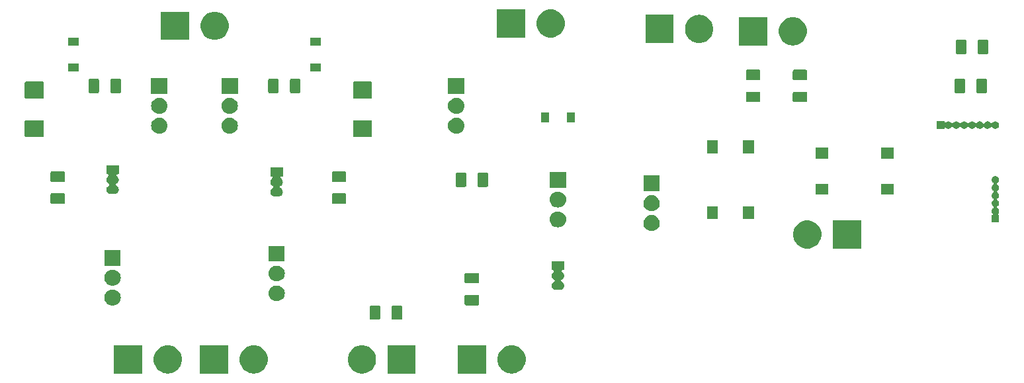
<source format=gbr>
G04 #@! TF.GenerationSoftware,KiCad,Pcbnew,(5.1.5)-3*
G04 #@! TF.CreationDate,2021-03-07T17:40:16+01:00*
G04 #@! TF.ProjectId,Motorproject,4d6f746f-7270-4726-9f6a-6563742e6b69,rev?*
G04 #@! TF.SameCoordinates,Original*
G04 #@! TF.FileFunction,Soldermask,Top*
G04 #@! TF.FilePolarity,Negative*
%FSLAX46Y46*%
G04 Gerber Fmt 4.6, Leading zero omitted, Abs format (unit mm)*
G04 Created by KiCad (PCBNEW (5.1.5)-3) date 2021-03-07 17:40:16*
%MOMM*%
%LPD*%
G04 APERTURE LIST*
%ADD10C,0.100000*%
G04 APERTURE END LIST*
D10*
G36*
X63801060Y-76801060D02*
G01*
X60198940Y-76801060D01*
X60198940Y-73198940D01*
X63801060Y-73198940D01*
X63801060Y-76801060D01*
G37*
G36*
X96801060Y-76801060D02*
G01*
X93198940Y-76801060D01*
X93198940Y-73198940D01*
X96801060Y-73198940D01*
X96801060Y-76801060D01*
G37*
G36*
X100306905Y-73208789D02*
G01*
X100605350Y-73268153D01*
X100933122Y-73403921D01*
X101228109Y-73601025D01*
X101478975Y-73851891D01*
X101676079Y-74146878D01*
X101811847Y-74474650D01*
X101881060Y-74822611D01*
X101881060Y-75177389D01*
X101811847Y-75525350D01*
X101676079Y-75853122D01*
X101478975Y-76148109D01*
X101228109Y-76398975D01*
X100933122Y-76596079D01*
X100605350Y-76731847D01*
X100306905Y-76791211D01*
X100257390Y-76801060D01*
X99902610Y-76801060D01*
X99853095Y-76791211D01*
X99554650Y-76731847D01*
X99226878Y-76596079D01*
X98931891Y-76398975D01*
X98681025Y-76148109D01*
X98483921Y-75853122D01*
X98348153Y-75525350D01*
X98278940Y-75177389D01*
X98278940Y-74822611D01*
X98348153Y-74474650D01*
X98483921Y-74146878D01*
X98681025Y-73851891D01*
X98931891Y-73601025D01*
X99226878Y-73403921D01*
X99554650Y-73268153D01*
X99853095Y-73208789D01*
X99902610Y-73198940D01*
X100257390Y-73198940D01*
X100306905Y-73208789D01*
G37*
G36*
X81146905Y-73208789D02*
G01*
X81445350Y-73268153D01*
X81773122Y-73403921D01*
X82068109Y-73601025D01*
X82318975Y-73851891D01*
X82516079Y-74146878D01*
X82651847Y-74474650D01*
X82721060Y-74822611D01*
X82721060Y-75177389D01*
X82651847Y-75525350D01*
X82516079Y-75853122D01*
X82318975Y-76148109D01*
X82068109Y-76398975D01*
X81773122Y-76596079D01*
X81445350Y-76731847D01*
X81146905Y-76791211D01*
X81097390Y-76801060D01*
X80742610Y-76801060D01*
X80693095Y-76791211D01*
X80394650Y-76731847D01*
X80066878Y-76596079D01*
X79771891Y-76398975D01*
X79521025Y-76148109D01*
X79323921Y-75853122D01*
X79188153Y-75525350D01*
X79118940Y-75177389D01*
X79118940Y-74822611D01*
X79188153Y-74474650D01*
X79323921Y-74146878D01*
X79521025Y-73851891D01*
X79771891Y-73601025D01*
X80066878Y-73403921D01*
X80394650Y-73268153D01*
X80693095Y-73208789D01*
X80742610Y-73198940D01*
X81097390Y-73198940D01*
X81146905Y-73208789D01*
G37*
G36*
X87801060Y-76801060D02*
G01*
X84198940Y-76801060D01*
X84198940Y-73198940D01*
X87801060Y-73198940D01*
X87801060Y-76801060D01*
G37*
G36*
X52801060Y-76801060D02*
G01*
X49198940Y-76801060D01*
X49198940Y-73198940D01*
X52801060Y-73198940D01*
X52801060Y-76801060D01*
G37*
G36*
X67306905Y-73208789D02*
G01*
X67605350Y-73268153D01*
X67933122Y-73403921D01*
X68228109Y-73601025D01*
X68478975Y-73851891D01*
X68676079Y-74146878D01*
X68811847Y-74474650D01*
X68881060Y-74822611D01*
X68881060Y-75177389D01*
X68811847Y-75525350D01*
X68676079Y-75853122D01*
X68478975Y-76148109D01*
X68228109Y-76398975D01*
X67933122Y-76596079D01*
X67605350Y-76731847D01*
X67306905Y-76791211D01*
X67257390Y-76801060D01*
X66902610Y-76801060D01*
X66853095Y-76791211D01*
X66554650Y-76731847D01*
X66226878Y-76596079D01*
X65931891Y-76398975D01*
X65681025Y-76148109D01*
X65483921Y-75853122D01*
X65348153Y-75525350D01*
X65278940Y-75177389D01*
X65278940Y-74822611D01*
X65348153Y-74474650D01*
X65483921Y-74146878D01*
X65681025Y-73851891D01*
X65931891Y-73601025D01*
X66226878Y-73403921D01*
X66554650Y-73268153D01*
X66853095Y-73208789D01*
X66902610Y-73198940D01*
X67257390Y-73198940D01*
X67306905Y-73208789D01*
G37*
G36*
X56306905Y-73208789D02*
G01*
X56605350Y-73268153D01*
X56933122Y-73403921D01*
X57228109Y-73601025D01*
X57478975Y-73851891D01*
X57676079Y-74146878D01*
X57811847Y-74474650D01*
X57881060Y-74822611D01*
X57881060Y-75177389D01*
X57811847Y-75525350D01*
X57676079Y-75853122D01*
X57478975Y-76148109D01*
X57228109Y-76398975D01*
X56933122Y-76596079D01*
X56605350Y-76731847D01*
X56306905Y-76791211D01*
X56257390Y-76801060D01*
X55902610Y-76801060D01*
X55853095Y-76791211D01*
X55554650Y-76731847D01*
X55226878Y-76596079D01*
X54931891Y-76398975D01*
X54681025Y-76148109D01*
X54483921Y-75853122D01*
X54348153Y-75525350D01*
X54278940Y-75177389D01*
X54278940Y-74822611D01*
X54348153Y-74474650D01*
X54483921Y-74146878D01*
X54681025Y-73851891D01*
X54931891Y-73601025D01*
X55226878Y-73403921D01*
X55554650Y-73268153D01*
X55853095Y-73208789D01*
X55902610Y-73198940D01*
X56257390Y-73198940D01*
X56306905Y-73208789D01*
G37*
G36*
X83118604Y-68078347D02*
G01*
X83155144Y-68089432D01*
X83188821Y-68107433D01*
X83218341Y-68131659D01*
X83242567Y-68161179D01*
X83260568Y-68194856D01*
X83271653Y-68231396D01*
X83276000Y-68275538D01*
X83276000Y-69724462D01*
X83271653Y-69768604D01*
X83260568Y-69805144D01*
X83242567Y-69838821D01*
X83218341Y-69868341D01*
X83188821Y-69892567D01*
X83155144Y-69910568D01*
X83118604Y-69921653D01*
X83074462Y-69926000D01*
X82125538Y-69926000D01*
X82081396Y-69921653D01*
X82044856Y-69910568D01*
X82011179Y-69892567D01*
X81981659Y-69868341D01*
X81957433Y-69838821D01*
X81939432Y-69805144D01*
X81928347Y-69768604D01*
X81924000Y-69724462D01*
X81924000Y-68275538D01*
X81928347Y-68231396D01*
X81939432Y-68194856D01*
X81957433Y-68161179D01*
X81981659Y-68131659D01*
X82011179Y-68107433D01*
X82044856Y-68089432D01*
X82081396Y-68078347D01*
X82125538Y-68074000D01*
X83074462Y-68074000D01*
X83118604Y-68078347D01*
G37*
G36*
X85918604Y-68078347D02*
G01*
X85955144Y-68089432D01*
X85988821Y-68107433D01*
X86018341Y-68131659D01*
X86042567Y-68161179D01*
X86060568Y-68194856D01*
X86071653Y-68231396D01*
X86076000Y-68275538D01*
X86076000Y-69724462D01*
X86071653Y-69768604D01*
X86060568Y-69805144D01*
X86042567Y-69838821D01*
X86018341Y-69868341D01*
X85988821Y-69892567D01*
X85955144Y-69910568D01*
X85918604Y-69921653D01*
X85874462Y-69926000D01*
X84925538Y-69926000D01*
X84881396Y-69921653D01*
X84844856Y-69910568D01*
X84811179Y-69892567D01*
X84781659Y-69868341D01*
X84757433Y-69838821D01*
X84739432Y-69805144D01*
X84728347Y-69768604D01*
X84724000Y-69724462D01*
X84724000Y-68275538D01*
X84728347Y-68231396D01*
X84739432Y-68194856D01*
X84757433Y-68161179D01*
X84781659Y-68131659D01*
X84811179Y-68107433D01*
X84844856Y-68089432D01*
X84881396Y-68078347D01*
X84925538Y-68074000D01*
X85874462Y-68074000D01*
X85918604Y-68078347D01*
G37*
G36*
X49145936Y-66081340D02*
G01*
X49244220Y-66091020D01*
X49433381Y-66148401D01*
X49607712Y-66241583D01*
X49760515Y-66366985D01*
X49885917Y-66519788D01*
X49979099Y-66694119D01*
X50036480Y-66883280D01*
X50055855Y-67080000D01*
X50036480Y-67276720D01*
X49979099Y-67465881D01*
X49885917Y-67640212D01*
X49760515Y-67793015D01*
X49607712Y-67918417D01*
X49433381Y-68011599D01*
X49244220Y-68068980D01*
X49149114Y-68078347D01*
X49096795Y-68083500D01*
X48903205Y-68083500D01*
X48850886Y-68078347D01*
X48755780Y-68068980D01*
X48566619Y-68011599D01*
X48392288Y-67918417D01*
X48239485Y-67793015D01*
X48114083Y-67640212D01*
X48020901Y-67465881D01*
X47963520Y-67276720D01*
X47944145Y-67080000D01*
X47963520Y-66883280D01*
X48020901Y-66694119D01*
X48114083Y-66519788D01*
X48239485Y-66366985D01*
X48392288Y-66241583D01*
X48566619Y-66148401D01*
X48755780Y-66091020D01*
X48854064Y-66081340D01*
X48903205Y-66076500D01*
X49096795Y-66076500D01*
X49145936Y-66081340D01*
G37*
G36*
X95768604Y-66728347D02*
G01*
X95805144Y-66739432D01*
X95838821Y-66757433D01*
X95868341Y-66781659D01*
X95892567Y-66811179D01*
X95910568Y-66844856D01*
X95921653Y-66881396D01*
X95926000Y-66925538D01*
X95926000Y-67874462D01*
X95921653Y-67918604D01*
X95910568Y-67955144D01*
X95892567Y-67988821D01*
X95868341Y-68018341D01*
X95838821Y-68042567D01*
X95805144Y-68060568D01*
X95768604Y-68071653D01*
X95724462Y-68076000D01*
X94275538Y-68076000D01*
X94231396Y-68071653D01*
X94194856Y-68060568D01*
X94161179Y-68042567D01*
X94131659Y-68018341D01*
X94107433Y-67988821D01*
X94089432Y-67955144D01*
X94078347Y-67918604D01*
X94074000Y-67874462D01*
X94074000Y-66925538D01*
X94078347Y-66881396D01*
X94089432Y-66844856D01*
X94107433Y-66811179D01*
X94131659Y-66781659D01*
X94161179Y-66757433D01*
X94194856Y-66739432D01*
X94231396Y-66728347D01*
X94275538Y-66724000D01*
X95724462Y-66724000D01*
X95768604Y-66728347D01*
G37*
G36*
X70132331Y-65540000D02*
G01*
X70244220Y-65551020D01*
X70433381Y-65608401D01*
X70607712Y-65701583D01*
X70760515Y-65826985D01*
X70885917Y-65979788D01*
X70979099Y-66154119D01*
X71036480Y-66343280D01*
X71055855Y-66540000D01*
X71036480Y-66736720D01*
X70979099Y-66925881D01*
X70885917Y-67100212D01*
X70760515Y-67253015D01*
X70607712Y-67378417D01*
X70433381Y-67471599D01*
X70244220Y-67528980D01*
X70145936Y-67538660D01*
X70096795Y-67543500D01*
X69903205Y-67543500D01*
X69854064Y-67538660D01*
X69755780Y-67528980D01*
X69566619Y-67471599D01*
X69392288Y-67378417D01*
X69239485Y-67253015D01*
X69114083Y-67100212D01*
X69020901Y-66925881D01*
X68963520Y-66736720D01*
X68944145Y-66540000D01*
X68963520Y-66343280D01*
X69020901Y-66154119D01*
X69114083Y-65979788D01*
X69239485Y-65826985D01*
X69392288Y-65701583D01*
X69566619Y-65608401D01*
X69755780Y-65551020D01*
X69867669Y-65540000D01*
X69903205Y-65536500D01*
X70096795Y-65536500D01*
X70132331Y-65540000D01*
G37*
G36*
X106801000Y-63576000D02*
G01*
X106636660Y-63576000D01*
X106612274Y-63578402D01*
X106588825Y-63585515D01*
X106567214Y-63597066D01*
X106548272Y-63612611D01*
X106532727Y-63631553D01*
X106521176Y-63653164D01*
X106514063Y-63676613D01*
X106511661Y-63700999D01*
X106514063Y-63725385D01*
X106521176Y-63748834D01*
X106532727Y-63770445D01*
X106548272Y-63789387D01*
X106557345Y-63797609D01*
X106634264Y-63860736D01*
X106706244Y-63948443D01*
X106723998Y-63981659D01*
X106759728Y-64048505D01*
X106759729Y-64048508D01*
X106792666Y-64157084D01*
X106803787Y-64270000D01*
X106792666Y-64382916D01*
X106759729Y-64491492D01*
X106759728Y-64491495D01*
X106740429Y-64527601D01*
X106706244Y-64591557D01*
X106634264Y-64679264D01*
X106546557Y-64751244D01*
X106465141Y-64794761D01*
X106444766Y-64808375D01*
X106427439Y-64825702D01*
X106413826Y-64846076D01*
X106404448Y-64868715D01*
X106399668Y-64892748D01*
X106399668Y-64917252D01*
X106404448Y-64941285D01*
X106413826Y-64963924D01*
X106427440Y-64984299D01*
X106444767Y-65001626D01*
X106465141Y-65015239D01*
X106546557Y-65058756D01*
X106634264Y-65130736D01*
X106706244Y-65218443D01*
X106728760Y-65260568D01*
X106759728Y-65318505D01*
X106759729Y-65318508D01*
X106792666Y-65427084D01*
X106803787Y-65540000D01*
X106792666Y-65652916D01*
X106759729Y-65761492D01*
X106759728Y-65761495D01*
X106740429Y-65797601D01*
X106706244Y-65861557D01*
X106634264Y-65949264D01*
X106546557Y-66021244D01*
X106482601Y-66055429D01*
X106446495Y-66074728D01*
X106446492Y-66074729D01*
X106337916Y-66107666D01*
X106253298Y-66116000D01*
X105746702Y-66116000D01*
X105662084Y-66107666D01*
X105553508Y-66074729D01*
X105553505Y-66074728D01*
X105517399Y-66055429D01*
X105453443Y-66021244D01*
X105365736Y-65949264D01*
X105293756Y-65861557D01*
X105259571Y-65797601D01*
X105240272Y-65761495D01*
X105240271Y-65761492D01*
X105207334Y-65652916D01*
X105196213Y-65540000D01*
X105207334Y-65427084D01*
X105240271Y-65318508D01*
X105240272Y-65318505D01*
X105271240Y-65260568D01*
X105293756Y-65218443D01*
X105365736Y-65130736D01*
X105453443Y-65058756D01*
X105534859Y-65015239D01*
X105555234Y-65001625D01*
X105572561Y-64984298D01*
X105586174Y-64963924D01*
X105595552Y-64941285D01*
X105600332Y-64917252D01*
X105600332Y-64892748D01*
X105595552Y-64868715D01*
X105586174Y-64846076D01*
X105572560Y-64825701D01*
X105555233Y-64808374D01*
X105534859Y-64794761D01*
X105453443Y-64751244D01*
X105365736Y-64679264D01*
X105293756Y-64591557D01*
X105259571Y-64527601D01*
X105240272Y-64491495D01*
X105240271Y-64491492D01*
X105207334Y-64382916D01*
X105196213Y-64270000D01*
X105207334Y-64157084D01*
X105240271Y-64048508D01*
X105240272Y-64048505D01*
X105276002Y-63981659D01*
X105293756Y-63948443D01*
X105365736Y-63860736D01*
X105442646Y-63797617D01*
X105459965Y-63780298D01*
X105473579Y-63759923D01*
X105482957Y-63737284D01*
X105487737Y-63713251D01*
X105487737Y-63688747D01*
X105482957Y-63664714D01*
X105473579Y-63642075D01*
X105459966Y-63621701D01*
X105442639Y-63604374D01*
X105422264Y-63590760D01*
X105399625Y-63581382D01*
X105375592Y-63576602D01*
X105363340Y-63576000D01*
X105199000Y-63576000D01*
X105199000Y-62424000D01*
X106801000Y-62424000D01*
X106801000Y-63576000D01*
G37*
G36*
X49145936Y-63541340D02*
G01*
X49244220Y-63551020D01*
X49433381Y-63608401D01*
X49607712Y-63701583D01*
X49760515Y-63826985D01*
X49885917Y-63979788D01*
X49979099Y-64154119D01*
X50036480Y-64343280D01*
X50055855Y-64540000D01*
X50036480Y-64736720D01*
X49979099Y-64925881D01*
X49885917Y-65100212D01*
X49760515Y-65253015D01*
X49607712Y-65378417D01*
X49433381Y-65471599D01*
X49244220Y-65528980D01*
X49167867Y-65536500D01*
X49096795Y-65543500D01*
X48903205Y-65543500D01*
X48832133Y-65536500D01*
X48755780Y-65528980D01*
X48566619Y-65471599D01*
X48392288Y-65378417D01*
X48239485Y-65253015D01*
X48114083Y-65100212D01*
X48020901Y-64925881D01*
X47963520Y-64736720D01*
X47944145Y-64540000D01*
X47963520Y-64343280D01*
X48020901Y-64154119D01*
X48114083Y-63979788D01*
X48239485Y-63826985D01*
X48392288Y-63701583D01*
X48566619Y-63608401D01*
X48755780Y-63551020D01*
X48854064Y-63541340D01*
X48903205Y-63536500D01*
X49096795Y-63536500D01*
X49145936Y-63541340D01*
G37*
G36*
X95768604Y-63928347D02*
G01*
X95805144Y-63939432D01*
X95838821Y-63957433D01*
X95868341Y-63981659D01*
X95892567Y-64011179D01*
X95910568Y-64044856D01*
X95921653Y-64081396D01*
X95926000Y-64125538D01*
X95926000Y-65074462D01*
X95921653Y-65118604D01*
X95910568Y-65155144D01*
X95892567Y-65188821D01*
X95868341Y-65218341D01*
X95838821Y-65242567D01*
X95805144Y-65260568D01*
X95768604Y-65271653D01*
X95724462Y-65276000D01*
X94275538Y-65276000D01*
X94231396Y-65271653D01*
X94194856Y-65260568D01*
X94161179Y-65242567D01*
X94131659Y-65218341D01*
X94107433Y-65188821D01*
X94089432Y-65155144D01*
X94078347Y-65118604D01*
X94074000Y-65074462D01*
X94074000Y-64125538D01*
X94078347Y-64081396D01*
X94089432Y-64044856D01*
X94107433Y-64011179D01*
X94131659Y-63981659D01*
X94161179Y-63957433D01*
X94194856Y-63939432D01*
X94231396Y-63928347D01*
X94275538Y-63924000D01*
X95724462Y-63924000D01*
X95768604Y-63928347D01*
G37*
G36*
X70145936Y-63001340D02*
G01*
X70244220Y-63011020D01*
X70433381Y-63068401D01*
X70607712Y-63161583D01*
X70760515Y-63286985D01*
X70885917Y-63439788D01*
X70979099Y-63614119D01*
X71036480Y-63803280D01*
X71055855Y-64000000D01*
X71036480Y-64196720D01*
X70979099Y-64385881D01*
X70885917Y-64560212D01*
X70760515Y-64713015D01*
X70607712Y-64838417D01*
X70433381Y-64931599D01*
X70244220Y-64988980D01*
X70145936Y-64998660D01*
X70096795Y-65003500D01*
X69903205Y-65003500D01*
X69854064Y-64998660D01*
X69755780Y-64988980D01*
X69566619Y-64931599D01*
X69392288Y-64838417D01*
X69239485Y-64713015D01*
X69114083Y-64560212D01*
X69020901Y-64385881D01*
X68963520Y-64196720D01*
X68944145Y-64000000D01*
X68963520Y-63803280D01*
X69020901Y-63614119D01*
X69114083Y-63439788D01*
X69239485Y-63286985D01*
X69392288Y-63161583D01*
X69566619Y-63068401D01*
X69755780Y-63011020D01*
X69854064Y-63001340D01*
X69903205Y-62996500D01*
X70096795Y-62996500D01*
X70145936Y-63001340D01*
G37*
G36*
X50051000Y-63003500D02*
G01*
X47949000Y-63003500D01*
X47949000Y-60996500D01*
X50051000Y-60996500D01*
X50051000Y-63003500D01*
G37*
G36*
X71051000Y-62463500D02*
G01*
X68949000Y-62463500D01*
X68949000Y-60456500D01*
X71051000Y-60456500D01*
X71051000Y-62463500D01*
G37*
G36*
X138146905Y-57208789D02*
G01*
X138445350Y-57268153D01*
X138773122Y-57403921D01*
X139068109Y-57601025D01*
X139318975Y-57851891D01*
X139516079Y-58146878D01*
X139651847Y-58474650D01*
X139721060Y-58822611D01*
X139721060Y-59177389D01*
X139651847Y-59525350D01*
X139516079Y-59853122D01*
X139318975Y-60148109D01*
X139068109Y-60398975D01*
X138773122Y-60596079D01*
X138445350Y-60731847D01*
X138146905Y-60791211D01*
X138097390Y-60801060D01*
X137742610Y-60801060D01*
X137693095Y-60791211D01*
X137394650Y-60731847D01*
X137066878Y-60596079D01*
X136771891Y-60398975D01*
X136521025Y-60148109D01*
X136323921Y-59853122D01*
X136188153Y-59525350D01*
X136118940Y-59177389D01*
X136118940Y-58822611D01*
X136188153Y-58474650D01*
X136323921Y-58146878D01*
X136521025Y-57851891D01*
X136771891Y-57601025D01*
X137066878Y-57403921D01*
X137394650Y-57268153D01*
X137693095Y-57208789D01*
X137742610Y-57198940D01*
X138097390Y-57198940D01*
X138146905Y-57208789D01*
G37*
G36*
X144801060Y-60801060D02*
G01*
X141198940Y-60801060D01*
X141198940Y-57198940D01*
X144801060Y-57198940D01*
X144801060Y-60801060D01*
G37*
G36*
X118145936Y-56541340D02*
G01*
X118244220Y-56551020D01*
X118433381Y-56608401D01*
X118607712Y-56701583D01*
X118760515Y-56826985D01*
X118885917Y-56979788D01*
X118979099Y-57154119D01*
X119036480Y-57343280D01*
X119055855Y-57540000D01*
X119036480Y-57736720D01*
X118979099Y-57925881D01*
X118885917Y-58100212D01*
X118760515Y-58253015D01*
X118607712Y-58378417D01*
X118433381Y-58471599D01*
X118244220Y-58528980D01*
X118145936Y-58538660D01*
X118096795Y-58543500D01*
X117903205Y-58543500D01*
X117854064Y-58538660D01*
X117755780Y-58528980D01*
X117566619Y-58471599D01*
X117392288Y-58378417D01*
X117239485Y-58253015D01*
X117114083Y-58100212D01*
X117020901Y-57925881D01*
X116963520Y-57736720D01*
X116944145Y-57540000D01*
X116963520Y-57343280D01*
X117020901Y-57154119D01*
X117114083Y-56979788D01*
X117239485Y-56826985D01*
X117392288Y-56701583D01*
X117566619Y-56608401D01*
X117755780Y-56551020D01*
X117854064Y-56541340D01*
X117903205Y-56536500D01*
X118096795Y-56536500D01*
X118145936Y-56541340D01*
G37*
G36*
X106145936Y-56081340D02*
G01*
X106244220Y-56091020D01*
X106433381Y-56148401D01*
X106607712Y-56241583D01*
X106760515Y-56366985D01*
X106885917Y-56519788D01*
X106979099Y-56694119D01*
X107036480Y-56883280D01*
X107055855Y-57080000D01*
X107036480Y-57276720D01*
X106979099Y-57465881D01*
X106885917Y-57640212D01*
X106760515Y-57793015D01*
X106607712Y-57918417D01*
X106433381Y-58011599D01*
X106244220Y-58068980D01*
X106145936Y-58078660D01*
X106096795Y-58083500D01*
X105903205Y-58083500D01*
X105854064Y-58078660D01*
X105755780Y-58068980D01*
X105566619Y-58011599D01*
X105392288Y-57918417D01*
X105239485Y-57793015D01*
X105114083Y-57640212D01*
X105020901Y-57465881D01*
X104963520Y-57276720D01*
X104944145Y-57080000D01*
X104963520Y-56883280D01*
X105020901Y-56694119D01*
X105114083Y-56519788D01*
X105239485Y-56366985D01*
X105392288Y-56241583D01*
X105566619Y-56148401D01*
X105755780Y-56091020D01*
X105854064Y-56081340D01*
X105903205Y-56076500D01*
X106096795Y-56076500D01*
X106145936Y-56081340D01*
G37*
G36*
X162138843Y-51542292D02*
G01*
X162189588Y-51563311D01*
X162225470Y-51578174D01*
X162303432Y-51630267D01*
X162369733Y-51696568D01*
X162421826Y-51774530D01*
X162424215Y-51780298D01*
X162457708Y-51861157D01*
X162476000Y-51953117D01*
X162476000Y-52046883D01*
X162457708Y-52138843D01*
X162450673Y-52155826D01*
X162421826Y-52225470D01*
X162369733Y-52303432D01*
X162303430Y-52369735D01*
X162264021Y-52396067D01*
X162245079Y-52411612D01*
X162229534Y-52430554D01*
X162217982Y-52452164D01*
X162210869Y-52475613D01*
X162208467Y-52499999D01*
X162210869Y-52524385D01*
X162217982Y-52547834D01*
X162229533Y-52569445D01*
X162245078Y-52588387D01*
X162264021Y-52603933D01*
X162303430Y-52630265D01*
X162369733Y-52696568D01*
X162421826Y-52774530D01*
X162421826Y-52774531D01*
X162457708Y-52861157D01*
X162476000Y-52953117D01*
X162476000Y-53046883D01*
X162457708Y-53138843D01*
X162450152Y-53157084D01*
X162421826Y-53225470D01*
X162369733Y-53303432D01*
X162303430Y-53369735D01*
X162264021Y-53396067D01*
X162245079Y-53411612D01*
X162229534Y-53430554D01*
X162217982Y-53452164D01*
X162210869Y-53475613D01*
X162208467Y-53499999D01*
X162210869Y-53524385D01*
X162217982Y-53547834D01*
X162229533Y-53569445D01*
X162245078Y-53588387D01*
X162264021Y-53603933D01*
X162303430Y-53630265D01*
X162369733Y-53696568D01*
X162421826Y-53774530D01*
X162421826Y-53774531D01*
X162457708Y-53861157D01*
X162476000Y-53953117D01*
X162476000Y-54046883D01*
X162457708Y-54138843D01*
X162436689Y-54189588D01*
X162421826Y-54225470D01*
X162369733Y-54303432D01*
X162303430Y-54369735D01*
X162264021Y-54396067D01*
X162245079Y-54411612D01*
X162229534Y-54430554D01*
X162217982Y-54452164D01*
X162210869Y-54475613D01*
X162208467Y-54499999D01*
X162210869Y-54524385D01*
X162217982Y-54547834D01*
X162229533Y-54569445D01*
X162245078Y-54588387D01*
X162264021Y-54603933D01*
X162303430Y-54630265D01*
X162369733Y-54696568D01*
X162421826Y-54774530D01*
X162421826Y-54774531D01*
X162457708Y-54861157D01*
X162476000Y-54953117D01*
X162476000Y-55046883D01*
X162457708Y-55138843D01*
X162436689Y-55189588D01*
X162421826Y-55225470D01*
X162369733Y-55303432D01*
X162303430Y-55369735D01*
X162264021Y-55396067D01*
X162245079Y-55411612D01*
X162229534Y-55430554D01*
X162217982Y-55452164D01*
X162210869Y-55475613D01*
X162208467Y-55499999D01*
X162210869Y-55524385D01*
X162217982Y-55547834D01*
X162229533Y-55569445D01*
X162245078Y-55588387D01*
X162264021Y-55603933D01*
X162303430Y-55630265D01*
X162369733Y-55696568D01*
X162421826Y-55774530D01*
X162421826Y-55774531D01*
X162457708Y-55861157D01*
X162476000Y-55953117D01*
X162476000Y-56046883D01*
X162457708Y-56138843D01*
X162453748Y-56148402D01*
X162421826Y-56225470D01*
X162369733Y-56303432D01*
X162362552Y-56310613D01*
X162347007Y-56329555D01*
X162335456Y-56351166D01*
X162328343Y-56374615D01*
X162325941Y-56399001D01*
X162328343Y-56423387D01*
X162335456Y-56446836D01*
X162347007Y-56468447D01*
X162362552Y-56487389D01*
X162381494Y-56502934D01*
X162403105Y-56514485D01*
X162426554Y-56521598D01*
X162450940Y-56524000D01*
X162476000Y-56524000D01*
X162476000Y-57476000D01*
X161524000Y-57476000D01*
X161524000Y-56524000D01*
X161549060Y-56524000D01*
X161573446Y-56521598D01*
X161596895Y-56514485D01*
X161618506Y-56502934D01*
X161637448Y-56487389D01*
X161652993Y-56468447D01*
X161664544Y-56446836D01*
X161671657Y-56423387D01*
X161674059Y-56399001D01*
X161671657Y-56374615D01*
X161664544Y-56351166D01*
X161652993Y-56329555D01*
X161637448Y-56310613D01*
X161630267Y-56303432D01*
X161578174Y-56225470D01*
X161546252Y-56148402D01*
X161542292Y-56138843D01*
X161524000Y-56046883D01*
X161524000Y-55953117D01*
X161542292Y-55861157D01*
X161578174Y-55774531D01*
X161578174Y-55774530D01*
X161630267Y-55696568D01*
X161696570Y-55630265D01*
X161735979Y-55603933D01*
X161754921Y-55588388D01*
X161770466Y-55569446D01*
X161782018Y-55547836D01*
X161789131Y-55524387D01*
X161791533Y-55500001D01*
X161789131Y-55475615D01*
X161782018Y-55452166D01*
X161770467Y-55430555D01*
X161754922Y-55411613D01*
X161735979Y-55396067D01*
X161696570Y-55369735D01*
X161630267Y-55303432D01*
X161578174Y-55225470D01*
X161563311Y-55189588D01*
X161542292Y-55138843D01*
X161524000Y-55046883D01*
X161524000Y-54953117D01*
X161542292Y-54861157D01*
X161578174Y-54774531D01*
X161578174Y-54774530D01*
X161630267Y-54696568D01*
X161696570Y-54630265D01*
X161735979Y-54603933D01*
X161754921Y-54588388D01*
X161770466Y-54569446D01*
X161782018Y-54547836D01*
X161789131Y-54524387D01*
X161791533Y-54500001D01*
X161789131Y-54475615D01*
X161782018Y-54452166D01*
X161770467Y-54430555D01*
X161754922Y-54411613D01*
X161735979Y-54396067D01*
X161696570Y-54369735D01*
X161630267Y-54303432D01*
X161578174Y-54225470D01*
X161563311Y-54189588D01*
X161542292Y-54138843D01*
X161524000Y-54046883D01*
X161524000Y-53953117D01*
X161542292Y-53861157D01*
X161578174Y-53774531D01*
X161578174Y-53774530D01*
X161630267Y-53696568D01*
X161696570Y-53630265D01*
X161735979Y-53603933D01*
X161754921Y-53588388D01*
X161770466Y-53569446D01*
X161782018Y-53547836D01*
X161789131Y-53524387D01*
X161791533Y-53500001D01*
X161789131Y-53475615D01*
X161782018Y-53452166D01*
X161770467Y-53430555D01*
X161754922Y-53411613D01*
X161735979Y-53396067D01*
X161696570Y-53369735D01*
X161630267Y-53303432D01*
X161578174Y-53225470D01*
X161549848Y-53157084D01*
X161542292Y-53138843D01*
X161524000Y-53046883D01*
X161524000Y-52953117D01*
X161542292Y-52861157D01*
X161578174Y-52774531D01*
X161578174Y-52774530D01*
X161630267Y-52696568D01*
X161696570Y-52630265D01*
X161735979Y-52603933D01*
X161754921Y-52588388D01*
X161770466Y-52569446D01*
X161782018Y-52547836D01*
X161789131Y-52524387D01*
X161791533Y-52500001D01*
X161789131Y-52475615D01*
X161782018Y-52452166D01*
X161770467Y-52430555D01*
X161754922Y-52411613D01*
X161735979Y-52396067D01*
X161696570Y-52369735D01*
X161630267Y-52303432D01*
X161578174Y-52225470D01*
X161549327Y-52155826D01*
X161542292Y-52138843D01*
X161524000Y-52046883D01*
X161524000Y-51953117D01*
X161542292Y-51861157D01*
X161575785Y-51780298D01*
X161578174Y-51774530D01*
X161630267Y-51696568D01*
X161696568Y-51630267D01*
X161774530Y-51578174D01*
X161810412Y-51563311D01*
X161861157Y-51542292D01*
X161953117Y-51524000D01*
X162046883Y-51524000D01*
X162138843Y-51542292D01*
G37*
G36*
X126501000Y-57026000D02*
G01*
X125099000Y-57026000D01*
X125099000Y-55374000D01*
X126501000Y-55374000D01*
X126501000Y-57026000D01*
G37*
G36*
X131101000Y-57026000D02*
G01*
X129699000Y-57026000D01*
X129699000Y-55374000D01*
X131101000Y-55374000D01*
X131101000Y-57026000D01*
G37*
G36*
X118145936Y-54001340D02*
G01*
X118244220Y-54011020D01*
X118433381Y-54068401D01*
X118607712Y-54161583D01*
X118760515Y-54286985D01*
X118885917Y-54439788D01*
X118979099Y-54614119D01*
X119036480Y-54803280D01*
X119055855Y-55000000D01*
X119036480Y-55196720D01*
X118979099Y-55385881D01*
X118885917Y-55560212D01*
X118760515Y-55713015D01*
X118607712Y-55838417D01*
X118433381Y-55931599D01*
X118244220Y-55988980D01*
X118145936Y-55998660D01*
X118096795Y-56003500D01*
X117903205Y-56003500D01*
X117854064Y-55998660D01*
X117755780Y-55988980D01*
X117566619Y-55931599D01*
X117392288Y-55838417D01*
X117239485Y-55713015D01*
X117114083Y-55560212D01*
X117020901Y-55385881D01*
X116963520Y-55196720D01*
X116944145Y-55000000D01*
X116963520Y-54803280D01*
X117020901Y-54614119D01*
X117114083Y-54439788D01*
X117239485Y-54286985D01*
X117392288Y-54161583D01*
X117566619Y-54068401D01*
X117755780Y-54011020D01*
X117854064Y-54001340D01*
X117903205Y-53996500D01*
X118096795Y-53996500D01*
X118145936Y-54001340D01*
G37*
G36*
X106132331Y-53540000D02*
G01*
X106244220Y-53551020D01*
X106433381Y-53608401D01*
X106607712Y-53701583D01*
X106760515Y-53826985D01*
X106885917Y-53979788D01*
X106979099Y-54154119D01*
X107036480Y-54343280D01*
X107055855Y-54540000D01*
X107036480Y-54736720D01*
X106979099Y-54925881D01*
X106885917Y-55100212D01*
X106760515Y-55253015D01*
X106607712Y-55378417D01*
X106433381Y-55471599D01*
X106244220Y-55528980D01*
X106145936Y-55538660D01*
X106096795Y-55543500D01*
X105903205Y-55543500D01*
X105854064Y-55538660D01*
X105755780Y-55528980D01*
X105566619Y-55471599D01*
X105392288Y-55378417D01*
X105239485Y-55253015D01*
X105114083Y-55100212D01*
X105020901Y-54925881D01*
X104963520Y-54736720D01*
X104944145Y-54540000D01*
X104963520Y-54343280D01*
X105020901Y-54154119D01*
X105114083Y-53979788D01*
X105239485Y-53826985D01*
X105392288Y-53701583D01*
X105566619Y-53608401D01*
X105755780Y-53551020D01*
X105867669Y-53540000D01*
X105903205Y-53536500D01*
X106096795Y-53536500D01*
X106132331Y-53540000D01*
G37*
G36*
X78768604Y-53728347D02*
G01*
X78805144Y-53739432D01*
X78838821Y-53757433D01*
X78868341Y-53781659D01*
X78892567Y-53811179D01*
X78910568Y-53844856D01*
X78921653Y-53881396D01*
X78926000Y-53925538D01*
X78926000Y-54874462D01*
X78921653Y-54918604D01*
X78910568Y-54955144D01*
X78892567Y-54988821D01*
X78868341Y-55018341D01*
X78838821Y-55042567D01*
X78805144Y-55060568D01*
X78768604Y-55071653D01*
X78724462Y-55076000D01*
X77275538Y-55076000D01*
X77231396Y-55071653D01*
X77194856Y-55060568D01*
X77161179Y-55042567D01*
X77131659Y-55018341D01*
X77107433Y-54988821D01*
X77089432Y-54955144D01*
X77078347Y-54918604D01*
X77074000Y-54874462D01*
X77074000Y-53925538D01*
X77078347Y-53881396D01*
X77089432Y-53844856D01*
X77107433Y-53811179D01*
X77131659Y-53781659D01*
X77161179Y-53757433D01*
X77194856Y-53739432D01*
X77231396Y-53728347D01*
X77275538Y-53724000D01*
X78724462Y-53724000D01*
X78768604Y-53728347D01*
G37*
G36*
X42768604Y-53728347D02*
G01*
X42805144Y-53739432D01*
X42838821Y-53757433D01*
X42868341Y-53781659D01*
X42892567Y-53811179D01*
X42910568Y-53844856D01*
X42921653Y-53881396D01*
X42926000Y-53925538D01*
X42926000Y-54874462D01*
X42921653Y-54918604D01*
X42910568Y-54955144D01*
X42892567Y-54988821D01*
X42868341Y-55018341D01*
X42838821Y-55042567D01*
X42805144Y-55060568D01*
X42768604Y-55071653D01*
X42724462Y-55076000D01*
X41275538Y-55076000D01*
X41231396Y-55071653D01*
X41194856Y-55060568D01*
X41161179Y-55042567D01*
X41131659Y-55018341D01*
X41107433Y-54988821D01*
X41089432Y-54955144D01*
X41078347Y-54918604D01*
X41074000Y-54874462D01*
X41074000Y-53925538D01*
X41078347Y-53881396D01*
X41089432Y-53844856D01*
X41107433Y-53811179D01*
X41131659Y-53781659D01*
X41161179Y-53757433D01*
X41194856Y-53739432D01*
X41231396Y-53728347D01*
X41275538Y-53724000D01*
X42724462Y-53724000D01*
X42768604Y-53728347D01*
G37*
G36*
X70801000Y-51576000D02*
G01*
X70636660Y-51576000D01*
X70612274Y-51578402D01*
X70588825Y-51585515D01*
X70567214Y-51597066D01*
X70548272Y-51612611D01*
X70532727Y-51631553D01*
X70521176Y-51653164D01*
X70514063Y-51676613D01*
X70511661Y-51700999D01*
X70514063Y-51725385D01*
X70521176Y-51748834D01*
X70532727Y-51770445D01*
X70548272Y-51789387D01*
X70557345Y-51797609D01*
X70634264Y-51860736D01*
X70706244Y-51948443D01*
X70740429Y-52012399D01*
X70759728Y-52048505D01*
X70759729Y-52048508D01*
X70792666Y-52157084D01*
X70803787Y-52270000D01*
X70792666Y-52382916D01*
X70762838Y-52481244D01*
X70759728Y-52491495D01*
X70755716Y-52499000D01*
X70706244Y-52591557D01*
X70634264Y-52679264D01*
X70546557Y-52751244D01*
X70465141Y-52794761D01*
X70444766Y-52808375D01*
X70427439Y-52825702D01*
X70413826Y-52846076D01*
X70404448Y-52868715D01*
X70399668Y-52892748D01*
X70399668Y-52917252D01*
X70404448Y-52941285D01*
X70413826Y-52963924D01*
X70427440Y-52984299D01*
X70444767Y-53001626D01*
X70465141Y-53015239D01*
X70546557Y-53058756D01*
X70634264Y-53130736D01*
X70706244Y-53218443D01*
X70733801Y-53270000D01*
X70759728Y-53318505D01*
X70759729Y-53318508D01*
X70792666Y-53427084D01*
X70803787Y-53540000D01*
X70792666Y-53652916D01*
X70769526Y-53729196D01*
X70759728Y-53761495D01*
X70752760Y-53774531D01*
X70706244Y-53861557D01*
X70634264Y-53949264D01*
X70546557Y-54021244D01*
X70498589Y-54046883D01*
X70446495Y-54074728D01*
X70446492Y-54074729D01*
X70337916Y-54107666D01*
X70253298Y-54116000D01*
X69746702Y-54116000D01*
X69662084Y-54107666D01*
X69553508Y-54074729D01*
X69553505Y-54074728D01*
X69501411Y-54046883D01*
X69453443Y-54021244D01*
X69365736Y-53949264D01*
X69293756Y-53861557D01*
X69247240Y-53774531D01*
X69240272Y-53761495D01*
X69230474Y-53729196D01*
X69207334Y-53652916D01*
X69196213Y-53540000D01*
X69207334Y-53427084D01*
X69240271Y-53318508D01*
X69240272Y-53318505D01*
X69266199Y-53270000D01*
X69293756Y-53218443D01*
X69365736Y-53130736D01*
X69453443Y-53058756D01*
X69534859Y-53015239D01*
X69555234Y-53001625D01*
X69572561Y-52984298D01*
X69586174Y-52963924D01*
X69595552Y-52941285D01*
X69600332Y-52917252D01*
X69600332Y-52892748D01*
X69595552Y-52868715D01*
X69586174Y-52846076D01*
X69572560Y-52825701D01*
X69555233Y-52808374D01*
X69534859Y-52794761D01*
X69453443Y-52751244D01*
X69365736Y-52679264D01*
X69293756Y-52591557D01*
X69244284Y-52499000D01*
X69240272Y-52491495D01*
X69237162Y-52481244D01*
X69207334Y-52382916D01*
X69196213Y-52270000D01*
X69207334Y-52157084D01*
X69240271Y-52048508D01*
X69240272Y-52048505D01*
X69259571Y-52012399D01*
X69293756Y-51948443D01*
X69365736Y-51860736D01*
X69442646Y-51797617D01*
X69459965Y-51780298D01*
X69473579Y-51759923D01*
X69482957Y-51737284D01*
X69487737Y-51713251D01*
X69487737Y-51688747D01*
X69482957Y-51664714D01*
X69473579Y-51642075D01*
X69459966Y-51621701D01*
X69442639Y-51604374D01*
X69422264Y-51590760D01*
X69399625Y-51581382D01*
X69375592Y-51576602D01*
X69363340Y-51576000D01*
X69199000Y-51576000D01*
X69199000Y-50424000D01*
X70801000Y-50424000D01*
X70801000Y-51576000D01*
G37*
G36*
X149026000Y-53901000D02*
G01*
X147374000Y-53901000D01*
X147374000Y-52499000D01*
X149026000Y-52499000D01*
X149026000Y-53901000D01*
G37*
G36*
X140626000Y-53901000D02*
G01*
X138974000Y-53901000D01*
X138974000Y-52499000D01*
X140626000Y-52499000D01*
X140626000Y-53901000D01*
G37*
G36*
X49801000Y-51306000D02*
G01*
X49636660Y-51306000D01*
X49612274Y-51308402D01*
X49588825Y-51315515D01*
X49567214Y-51327066D01*
X49548272Y-51342611D01*
X49532727Y-51361553D01*
X49521176Y-51383164D01*
X49514063Y-51406613D01*
X49511661Y-51430999D01*
X49514063Y-51455385D01*
X49521176Y-51478834D01*
X49532727Y-51500445D01*
X49548272Y-51519387D01*
X49557345Y-51527609D01*
X49634264Y-51590736D01*
X49706244Y-51678443D01*
X49736619Y-51735271D01*
X49759728Y-51778505D01*
X49759729Y-51778508D01*
X49792666Y-51887084D01*
X49803787Y-52000000D01*
X49792666Y-52112916D01*
X49760685Y-52218341D01*
X49759728Y-52221495D01*
X49741596Y-52255417D01*
X49706244Y-52321557D01*
X49634264Y-52409264D01*
X49546557Y-52481244D01*
X49465841Y-52524387D01*
X49465141Y-52524761D01*
X49444766Y-52538375D01*
X49427439Y-52555702D01*
X49413826Y-52576076D01*
X49404448Y-52598715D01*
X49399668Y-52622748D01*
X49399668Y-52647252D01*
X49404448Y-52671285D01*
X49413826Y-52693924D01*
X49427440Y-52714299D01*
X49444767Y-52731626D01*
X49465141Y-52745239D01*
X49546557Y-52788756D01*
X49634264Y-52860736D01*
X49706244Y-52948443D01*
X49725409Y-52984299D01*
X49759728Y-53048505D01*
X49759729Y-53048508D01*
X49792666Y-53157084D01*
X49803787Y-53270000D01*
X49792666Y-53382916D01*
X49759729Y-53491492D01*
X49759728Y-53491495D01*
X49755182Y-53499999D01*
X49706244Y-53591557D01*
X49634264Y-53679264D01*
X49546557Y-53751244D01*
X49482601Y-53785429D01*
X49446495Y-53804728D01*
X49446492Y-53804729D01*
X49337916Y-53837666D01*
X49253298Y-53846000D01*
X48746702Y-53846000D01*
X48662084Y-53837666D01*
X48553508Y-53804729D01*
X48553505Y-53804728D01*
X48517399Y-53785429D01*
X48453443Y-53751244D01*
X48365736Y-53679264D01*
X48293756Y-53591557D01*
X48244818Y-53499999D01*
X48240272Y-53491495D01*
X48240271Y-53491492D01*
X48207334Y-53382916D01*
X48196213Y-53270000D01*
X48207334Y-53157084D01*
X48240271Y-53048508D01*
X48240272Y-53048505D01*
X48274591Y-52984299D01*
X48293756Y-52948443D01*
X48365736Y-52860736D01*
X48453443Y-52788756D01*
X48534859Y-52745239D01*
X48555234Y-52731625D01*
X48572561Y-52714298D01*
X48586174Y-52693924D01*
X48595552Y-52671285D01*
X48600332Y-52647252D01*
X48600332Y-52622748D01*
X48595552Y-52598715D01*
X48586174Y-52576076D01*
X48572560Y-52555701D01*
X48555233Y-52538374D01*
X48534859Y-52524761D01*
X48534159Y-52524387D01*
X48453443Y-52481244D01*
X48365736Y-52409264D01*
X48293756Y-52321557D01*
X48258404Y-52255417D01*
X48240272Y-52221495D01*
X48239315Y-52218341D01*
X48207334Y-52112916D01*
X48196213Y-52000000D01*
X48207334Y-51887084D01*
X48240271Y-51778508D01*
X48240272Y-51778505D01*
X48263381Y-51735271D01*
X48293756Y-51678443D01*
X48365736Y-51590736D01*
X48442646Y-51527617D01*
X48459965Y-51510298D01*
X48473579Y-51489923D01*
X48482957Y-51467284D01*
X48487737Y-51443251D01*
X48487737Y-51418747D01*
X48482957Y-51394714D01*
X48473579Y-51372075D01*
X48459966Y-51351701D01*
X48442639Y-51334374D01*
X48422264Y-51320760D01*
X48399625Y-51311382D01*
X48375592Y-51306602D01*
X48363340Y-51306000D01*
X48199000Y-51306000D01*
X48199000Y-50154000D01*
X49801000Y-50154000D01*
X49801000Y-51306000D01*
G37*
G36*
X119051000Y-53463500D02*
G01*
X116949000Y-53463500D01*
X116949000Y-51456500D01*
X119051000Y-51456500D01*
X119051000Y-53463500D01*
G37*
G36*
X107051000Y-53003500D02*
G01*
X104949000Y-53003500D01*
X104949000Y-50996500D01*
X107051000Y-50996500D01*
X107051000Y-53003500D01*
G37*
G36*
X94118604Y-51078347D02*
G01*
X94155144Y-51089432D01*
X94188821Y-51107433D01*
X94218341Y-51131659D01*
X94242567Y-51161179D01*
X94260568Y-51194856D01*
X94271653Y-51231396D01*
X94276000Y-51275538D01*
X94276000Y-52724462D01*
X94271653Y-52768604D01*
X94260568Y-52805144D01*
X94242567Y-52838821D01*
X94218341Y-52868341D01*
X94188821Y-52892567D01*
X94155144Y-52910568D01*
X94118604Y-52921653D01*
X94074462Y-52926000D01*
X93125538Y-52926000D01*
X93081396Y-52921653D01*
X93044856Y-52910568D01*
X93011179Y-52892567D01*
X92981659Y-52868341D01*
X92957433Y-52838821D01*
X92939432Y-52805144D01*
X92928347Y-52768604D01*
X92924000Y-52724462D01*
X92924000Y-51275538D01*
X92928347Y-51231396D01*
X92939432Y-51194856D01*
X92957433Y-51161179D01*
X92981659Y-51131659D01*
X93011179Y-51107433D01*
X93044856Y-51089432D01*
X93081396Y-51078347D01*
X93125538Y-51074000D01*
X94074462Y-51074000D01*
X94118604Y-51078347D01*
G37*
G36*
X96918604Y-51078347D02*
G01*
X96955144Y-51089432D01*
X96988821Y-51107433D01*
X97018341Y-51131659D01*
X97042567Y-51161179D01*
X97060568Y-51194856D01*
X97071653Y-51231396D01*
X97076000Y-51275538D01*
X97076000Y-52724462D01*
X97071653Y-52768604D01*
X97060568Y-52805144D01*
X97042567Y-52838821D01*
X97018341Y-52868341D01*
X96988821Y-52892567D01*
X96955144Y-52910568D01*
X96918604Y-52921653D01*
X96874462Y-52926000D01*
X95925538Y-52926000D01*
X95881396Y-52921653D01*
X95844856Y-52910568D01*
X95811179Y-52892567D01*
X95781659Y-52868341D01*
X95757433Y-52838821D01*
X95739432Y-52805144D01*
X95728347Y-52768604D01*
X95724000Y-52724462D01*
X95724000Y-51275538D01*
X95728347Y-51231396D01*
X95739432Y-51194856D01*
X95757433Y-51161179D01*
X95781659Y-51131659D01*
X95811179Y-51107433D01*
X95844856Y-51089432D01*
X95881396Y-51078347D01*
X95925538Y-51074000D01*
X96874462Y-51074000D01*
X96918604Y-51078347D01*
G37*
G36*
X78768604Y-50928347D02*
G01*
X78805144Y-50939432D01*
X78838821Y-50957433D01*
X78868341Y-50981659D01*
X78892567Y-51011179D01*
X78910568Y-51044856D01*
X78921653Y-51081396D01*
X78926000Y-51125538D01*
X78926000Y-52074462D01*
X78921653Y-52118604D01*
X78910568Y-52155144D01*
X78892567Y-52188821D01*
X78868341Y-52218341D01*
X78838821Y-52242567D01*
X78805144Y-52260568D01*
X78768604Y-52271653D01*
X78724462Y-52276000D01*
X77275538Y-52276000D01*
X77231396Y-52271653D01*
X77194856Y-52260568D01*
X77161179Y-52242567D01*
X77131659Y-52218341D01*
X77107433Y-52188821D01*
X77089432Y-52155144D01*
X77078347Y-52118604D01*
X77074000Y-52074462D01*
X77074000Y-51125538D01*
X77078347Y-51081396D01*
X77089432Y-51044856D01*
X77107433Y-51011179D01*
X77131659Y-50981659D01*
X77161179Y-50957433D01*
X77194856Y-50939432D01*
X77231396Y-50928347D01*
X77275538Y-50924000D01*
X78724462Y-50924000D01*
X78768604Y-50928347D01*
G37*
G36*
X42768604Y-50928347D02*
G01*
X42805144Y-50939432D01*
X42838821Y-50957433D01*
X42868341Y-50981659D01*
X42892567Y-51011179D01*
X42910568Y-51044856D01*
X42921653Y-51081396D01*
X42926000Y-51125538D01*
X42926000Y-52074462D01*
X42921653Y-52118604D01*
X42910568Y-52155144D01*
X42892567Y-52188821D01*
X42868341Y-52218341D01*
X42838821Y-52242567D01*
X42805144Y-52260568D01*
X42768604Y-52271653D01*
X42724462Y-52276000D01*
X41275538Y-52276000D01*
X41231396Y-52271653D01*
X41194856Y-52260568D01*
X41161179Y-52242567D01*
X41131659Y-52218341D01*
X41107433Y-52188821D01*
X41089432Y-52155144D01*
X41078347Y-52118604D01*
X41074000Y-52074462D01*
X41074000Y-51125538D01*
X41078347Y-51081396D01*
X41089432Y-51044856D01*
X41107433Y-51011179D01*
X41131659Y-50981659D01*
X41161179Y-50957433D01*
X41194856Y-50939432D01*
X41231396Y-50928347D01*
X41275538Y-50924000D01*
X42724462Y-50924000D01*
X42768604Y-50928347D01*
G37*
G36*
X140626000Y-49301000D02*
G01*
X138974000Y-49301000D01*
X138974000Y-47899000D01*
X140626000Y-47899000D01*
X140626000Y-49301000D01*
G37*
G36*
X149026000Y-49301000D02*
G01*
X147374000Y-49301000D01*
X147374000Y-47899000D01*
X149026000Y-47899000D01*
X149026000Y-49301000D01*
G37*
G36*
X131101000Y-48626000D02*
G01*
X129699000Y-48626000D01*
X129699000Y-46974000D01*
X131101000Y-46974000D01*
X131101000Y-48626000D01*
G37*
G36*
X126501000Y-48626000D02*
G01*
X125099000Y-48626000D01*
X125099000Y-46974000D01*
X126501000Y-46974000D01*
X126501000Y-48626000D01*
G37*
G36*
X40091132Y-44377810D02*
G01*
X40122423Y-44387302D01*
X40151263Y-44402717D01*
X40176539Y-44423461D01*
X40197283Y-44448737D01*
X40212698Y-44477577D01*
X40222190Y-44508868D01*
X40226000Y-44547551D01*
X40226000Y-46377449D01*
X40222190Y-46416132D01*
X40212698Y-46447423D01*
X40197283Y-46476263D01*
X40176539Y-46501539D01*
X40151263Y-46522283D01*
X40122423Y-46537698D01*
X40091132Y-46547190D01*
X40052449Y-46551000D01*
X37947551Y-46551000D01*
X37908868Y-46547190D01*
X37877577Y-46537698D01*
X37848737Y-46522283D01*
X37823461Y-46501539D01*
X37802717Y-46476263D01*
X37787302Y-46447423D01*
X37777810Y-46416132D01*
X37774000Y-46377449D01*
X37774000Y-44547551D01*
X37777810Y-44508868D01*
X37787302Y-44477577D01*
X37802717Y-44448737D01*
X37823461Y-44423461D01*
X37848737Y-44402717D01*
X37877577Y-44387302D01*
X37908868Y-44377810D01*
X37947551Y-44374000D01*
X40052449Y-44374000D01*
X40091132Y-44377810D01*
G37*
G36*
X82091132Y-44377810D02*
G01*
X82122423Y-44387302D01*
X82151263Y-44402717D01*
X82176539Y-44423461D01*
X82197283Y-44448737D01*
X82212698Y-44477577D01*
X82222190Y-44508868D01*
X82226000Y-44547551D01*
X82226000Y-46377449D01*
X82222190Y-46416132D01*
X82212698Y-46447423D01*
X82197283Y-46476263D01*
X82176539Y-46501539D01*
X82151263Y-46522283D01*
X82122423Y-46537698D01*
X82091132Y-46547190D01*
X82052449Y-46551000D01*
X79947551Y-46551000D01*
X79908868Y-46547190D01*
X79877577Y-46537698D01*
X79848737Y-46522283D01*
X79823461Y-46501539D01*
X79802717Y-46476263D01*
X79787302Y-46447423D01*
X79777810Y-46416132D01*
X79774000Y-46377449D01*
X79774000Y-44547551D01*
X79777810Y-44508868D01*
X79787302Y-44477577D01*
X79802717Y-44448737D01*
X79823461Y-44423461D01*
X79848737Y-44402717D01*
X79877577Y-44387302D01*
X79908868Y-44377810D01*
X79947551Y-44374000D01*
X82052449Y-44374000D01*
X82091132Y-44377810D01*
G37*
G36*
X93145936Y-44081340D02*
G01*
X93244220Y-44091020D01*
X93433381Y-44148401D01*
X93607712Y-44241583D01*
X93760515Y-44366985D01*
X93885917Y-44519788D01*
X93979099Y-44694119D01*
X94036480Y-44883280D01*
X94055855Y-45080000D01*
X94036480Y-45276720D01*
X93979099Y-45465881D01*
X93885917Y-45640212D01*
X93760515Y-45793015D01*
X93607712Y-45918417D01*
X93433381Y-46011599D01*
X93244220Y-46068980D01*
X93145936Y-46078660D01*
X93096795Y-46083500D01*
X92903205Y-46083500D01*
X92854064Y-46078660D01*
X92755780Y-46068980D01*
X92566619Y-46011599D01*
X92392288Y-45918417D01*
X92239485Y-45793015D01*
X92114083Y-45640212D01*
X92020901Y-45465881D01*
X91963520Y-45276720D01*
X91944145Y-45080000D01*
X91963520Y-44883280D01*
X92020901Y-44694119D01*
X92114083Y-44519788D01*
X92239485Y-44366985D01*
X92392288Y-44241583D01*
X92566619Y-44148401D01*
X92755780Y-44091020D01*
X92854064Y-44081340D01*
X92903205Y-44076500D01*
X93096795Y-44076500D01*
X93145936Y-44081340D01*
G37*
G36*
X55145936Y-44081340D02*
G01*
X55244220Y-44091020D01*
X55433381Y-44148401D01*
X55607712Y-44241583D01*
X55760515Y-44366985D01*
X55885917Y-44519788D01*
X55979099Y-44694119D01*
X56036480Y-44883280D01*
X56055855Y-45080000D01*
X56036480Y-45276720D01*
X55979099Y-45465881D01*
X55885917Y-45640212D01*
X55760515Y-45793015D01*
X55607712Y-45918417D01*
X55433381Y-46011599D01*
X55244220Y-46068980D01*
X55145936Y-46078660D01*
X55096795Y-46083500D01*
X54903205Y-46083500D01*
X54854064Y-46078660D01*
X54755780Y-46068980D01*
X54566619Y-46011599D01*
X54392288Y-45918417D01*
X54239485Y-45793015D01*
X54114083Y-45640212D01*
X54020901Y-45465881D01*
X53963520Y-45276720D01*
X53944145Y-45080000D01*
X53963520Y-44883280D01*
X54020901Y-44694119D01*
X54114083Y-44519788D01*
X54239485Y-44366985D01*
X54392288Y-44241583D01*
X54566619Y-44148401D01*
X54755780Y-44091020D01*
X54854064Y-44081340D01*
X54903205Y-44076500D01*
X55096795Y-44076500D01*
X55145936Y-44081340D01*
G37*
G36*
X64145936Y-44081340D02*
G01*
X64244220Y-44091020D01*
X64433381Y-44148401D01*
X64607712Y-44241583D01*
X64760515Y-44366985D01*
X64885917Y-44519788D01*
X64979099Y-44694119D01*
X65036480Y-44883280D01*
X65055855Y-45080000D01*
X65036480Y-45276720D01*
X64979099Y-45465881D01*
X64885917Y-45640212D01*
X64760515Y-45793015D01*
X64607712Y-45918417D01*
X64433381Y-46011599D01*
X64244220Y-46068980D01*
X64145936Y-46078660D01*
X64096795Y-46083500D01*
X63903205Y-46083500D01*
X63854064Y-46078660D01*
X63755780Y-46068980D01*
X63566619Y-46011599D01*
X63392288Y-45918417D01*
X63239485Y-45793015D01*
X63114083Y-45640212D01*
X63020901Y-45465881D01*
X62963520Y-45276720D01*
X62944145Y-45080000D01*
X62963520Y-44883280D01*
X63020901Y-44694119D01*
X63114083Y-44519788D01*
X63239485Y-44366985D01*
X63392288Y-44241583D01*
X63566619Y-44148401D01*
X63755780Y-44091020D01*
X63854064Y-44081340D01*
X63903205Y-44076500D01*
X64096795Y-44076500D01*
X64145936Y-44081340D01*
G37*
G36*
X155476000Y-44549060D02*
G01*
X155478402Y-44573446D01*
X155485515Y-44596895D01*
X155497066Y-44618506D01*
X155512611Y-44637448D01*
X155531553Y-44652993D01*
X155553164Y-44664544D01*
X155576613Y-44671657D01*
X155600999Y-44674059D01*
X155625385Y-44671657D01*
X155648834Y-44664544D01*
X155670445Y-44652993D01*
X155689387Y-44637448D01*
X155696568Y-44630267D01*
X155774530Y-44578174D01*
X155810412Y-44563311D01*
X155861157Y-44542292D01*
X155953117Y-44524000D01*
X156046883Y-44524000D01*
X156138843Y-44542292D01*
X156189588Y-44563311D01*
X156225470Y-44578174D01*
X156303432Y-44630267D01*
X156369735Y-44696570D01*
X156396067Y-44735979D01*
X156411612Y-44754921D01*
X156430554Y-44770466D01*
X156452164Y-44782018D01*
X156475613Y-44789131D01*
X156499999Y-44791533D01*
X156524385Y-44789131D01*
X156547834Y-44782018D01*
X156569445Y-44770467D01*
X156588387Y-44754922D01*
X156603933Y-44735979D01*
X156630265Y-44696570D01*
X156696568Y-44630267D01*
X156774530Y-44578174D01*
X156810412Y-44563311D01*
X156861157Y-44542292D01*
X156953117Y-44524000D01*
X157046883Y-44524000D01*
X157138843Y-44542292D01*
X157189588Y-44563311D01*
X157225470Y-44578174D01*
X157303432Y-44630267D01*
X157369735Y-44696570D01*
X157396067Y-44735979D01*
X157411612Y-44754921D01*
X157430554Y-44770466D01*
X157452164Y-44782018D01*
X157475613Y-44789131D01*
X157499999Y-44791533D01*
X157524385Y-44789131D01*
X157547834Y-44782018D01*
X157569445Y-44770467D01*
X157588387Y-44754922D01*
X157603933Y-44735979D01*
X157630265Y-44696570D01*
X157696568Y-44630267D01*
X157774530Y-44578174D01*
X157810412Y-44563311D01*
X157861157Y-44542292D01*
X157953117Y-44524000D01*
X158046883Y-44524000D01*
X158138843Y-44542292D01*
X158189588Y-44563311D01*
X158225470Y-44578174D01*
X158303432Y-44630267D01*
X158369735Y-44696570D01*
X158396067Y-44735979D01*
X158411612Y-44754921D01*
X158430554Y-44770466D01*
X158452164Y-44782018D01*
X158475613Y-44789131D01*
X158499999Y-44791533D01*
X158524385Y-44789131D01*
X158547834Y-44782018D01*
X158569445Y-44770467D01*
X158588387Y-44754922D01*
X158603933Y-44735979D01*
X158630265Y-44696570D01*
X158696568Y-44630267D01*
X158774530Y-44578174D01*
X158810412Y-44563311D01*
X158861157Y-44542292D01*
X158953117Y-44524000D01*
X159046883Y-44524000D01*
X159138843Y-44542292D01*
X159189588Y-44563311D01*
X159225470Y-44578174D01*
X159303432Y-44630267D01*
X159369735Y-44696570D01*
X159396067Y-44735979D01*
X159411612Y-44754921D01*
X159430554Y-44770466D01*
X159452164Y-44782018D01*
X159475613Y-44789131D01*
X159499999Y-44791533D01*
X159524385Y-44789131D01*
X159547834Y-44782018D01*
X159569445Y-44770467D01*
X159588387Y-44754922D01*
X159603933Y-44735979D01*
X159630265Y-44696570D01*
X159696568Y-44630267D01*
X159774530Y-44578174D01*
X159810412Y-44563311D01*
X159861157Y-44542292D01*
X159953117Y-44524000D01*
X160046883Y-44524000D01*
X160138843Y-44542292D01*
X160189588Y-44563311D01*
X160225470Y-44578174D01*
X160303432Y-44630267D01*
X160369735Y-44696570D01*
X160396067Y-44735979D01*
X160411612Y-44754921D01*
X160430554Y-44770466D01*
X160452164Y-44782018D01*
X160475613Y-44789131D01*
X160499999Y-44791533D01*
X160524385Y-44789131D01*
X160547834Y-44782018D01*
X160569445Y-44770467D01*
X160588387Y-44754922D01*
X160603933Y-44735979D01*
X160630265Y-44696570D01*
X160696568Y-44630267D01*
X160774530Y-44578174D01*
X160810412Y-44563311D01*
X160861157Y-44542292D01*
X160953117Y-44524000D01*
X161046883Y-44524000D01*
X161138843Y-44542292D01*
X161189588Y-44563311D01*
X161225470Y-44578174D01*
X161303432Y-44630267D01*
X161369735Y-44696570D01*
X161396067Y-44735979D01*
X161411612Y-44754921D01*
X161430554Y-44770466D01*
X161452164Y-44782018D01*
X161475613Y-44789131D01*
X161499999Y-44791533D01*
X161524385Y-44789131D01*
X161547834Y-44782018D01*
X161569445Y-44770467D01*
X161588387Y-44754922D01*
X161603933Y-44735979D01*
X161630265Y-44696570D01*
X161696568Y-44630267D01*
X161774530Y-44578174D01*
X161810412Y-44563311D01*
X161861157Y-44542292D01*
X161953117Y-44524000D01*
X162046883Y-44524000D01*
X162138843Y-44542292D01*
X162189588Y-44563311D01*
X162225470Y-44578174D01*
X162303432Y-44630267D01*
X162369733Y-44696568D01*
X162421826Y-44774530D01*
X162427874Y-44789131D01*
X162457708Y-44861157D01*
X162476000Y-44953117D01*
X162476000Y-45046883D01*
X162457708Y-45138843D01*
X162436689Y-45189588D01*
X162421826Y-45225470D01*
X162369733Y-45303432D01*
X162303432Y-45369733D01*
X162225470Y-45421826D01*
X162214055Y-45426554D01*
X162138843Y-45457708D01*
X162046883Y-45476000D01*
X161953117Y-45476000D01*
X161861157Y-45457708D01*
X161785945Y-45426554D01*
X161774530Y-45421826D01*
X161696568Y-45369733D01*
X161630265Y-45303430D01*
X161603933Y-45264021D01*
X161588388Y-45245079D01*
X161569446Y-45229534D01*
X161547836Y-45217982D01*
X161524387Y-45210869D01*
X161500001Y-45208467D01*
X161475615Y-45210869D01*
X161452166Y-45217982D01*
X161430555Y-45229533D01*
X161411613Y-45245078D01*
X161396067Y-45264021D01*
X161369735Y-45303430D01*
X161303432Y-45369733D01*
X161225470Y-45421826D01*
X161214055Y-45426554D01*
X161138843Y-45457708D01*
X161046883Y-45476000D01*
X160953117Y-45476000D01*
X160861157Y-45457708D01*
X160785945Y-45426554D01*
X160774530Y-45421826D01*
X160696568Y-45369733D01*
X160630265Y-45303430D01*
X160603933Y-45264021D01*
X160588388Y-45245079D01*
X160569446Y-45229534D01*
X160547836Y-45217982D01*
X160524387Y-45210869D01*
X160500001Y-45208467D01*
X160475615Y-45210869D01*
X160452166Y-45217982D01*
X160430555Y-45229533D01*
X160411613Y-45245078D01*
X160396067Y-45264021D01*
X160369735Y-45303430D01*
X160303432Y-45369733D01*
X160225470Y-45421826D01*
X160214055Y-45426554D01*
X160138843Y-45457708D01*
X160046883Y-45476000D01*
X159953117Y-45476000D01*
X159861157Y-45457708D01*
X159785945Y-45426554D01*
X159774530Y-45421826D01*
X159696568Y-45369733D01*
X159630265Y-45303430D01*
X159603933Y-45264021D01*
X159588388Y-45245079D01*
X159569446Y-45229534D01*
X159547836Y-45217982D01*
X159524387Y-45210869D01*
X159500001Y-45208467D01*
X159475615Y-45210869D01*
X159452166Y-45217982D01*
X159430555Y-45229533D01*
X159411613Y-45245078D01*
X159396067Y-45264021D01*
X159369735Y-45303430D01*
X159303432Y-45369733D01*
X159225470Y-45421826D01*
X159214055Y-45426554D01*
X159138843Y-45457708D01*
X159046883Y-45476000D01*
X158953117Y-45476000D01*
X158861157Y-45457708D01*
X158785945Y-45426554D01*
X158774530Y-45421826D01*
X158696568Y-45369733D01*
X158630265Y-45303430D01*
X158603933Y-45264021D01*
X158588388Y-45245079D01*
X158569446Y-45229534D01*
X158547836Y-45217982D01*
X158524387Y-45210869D01*
X158500001Y-45208467D01*
X158475615Y-45210869D01*
X158452166Y-45217982D01*
X158430555Y-45229533D01*
X158411613Y-45245078D01*
X158396067Y-45264021D01*
X158369735Y-45303430D01*
X158303432Y-45369733D01*
X158225470Y-45421826D01*
X158214055Y-45426554D01*
X158138843Y-45457708D01*
X158046883Y-45476000D01*
X157953117Y-45476000D01*
X157861157Y-45457708D01*
X157785945Y-45426554D01*
X157774530Y-45421826D01*
X157696568Y-45369733D01*
X157630265Y-45303430D01*
X157603933Y-45264021D01*
X157588388Y-45245079D01*
X157569446Y-45229534D01*
X157547836Y-45217982D01*
X157524387Y-45210869D01*
X157500001Y-45208467D01*
X157475615Y-45210869D01*
X157452166Y-45217982D01*
X157430555Y-45229533D01*
X157411613Y-45245078D01*
X157396067Y-45264021D01*
X157369735Y-45303430D01*
X157303432Y-45369733D01*
X157225470Y-45421826D01*
X157214055Y-45426554D01*
X157138843Y-45457708D01*
X157046883Y-45476000D01*
X156953117Y-45476000D01*
X156861157Y-45457708D01*
X156785945Y-45426554D01*
X156774530Y-45421826D01*
X156696568Y-45369733D01*
X156630265Y-45303430D01*
X156603933Y-45264021D01*
X156588388Y-45245079D01*
X156569446Y-45229534D01*
X156547836Y-45217982D01*
X156524387Y-45210869D01*
X156500001Y-45208467D01*
X156475615Y-45210869D01*
X156452166Y-45217982D01*
X156430555Y-45229533D01*
X156411613Y-45245078D01*
X156396067Y-45264021D01*
X156369735Y-45303430D01*
X156303432Y-45369733D01*
X156225470Y-45421826D01*
X156214055Y-45426554D01*
X156138843Y-45457708D01*
X156046883Y-45476000D01*
X155953117Y-45476000D01*
X155861157Y-45457708D01*
X155785945Y-45426554D01*
X155774530Y-45421826D01*
X155696568Y-45369733D01*
X155689387Y-45362552D01*
X155670445Y-45347007D01*
X155648834Y-45335456D01*
X155625385Y-45328343D01*
X155600999Y-45325941D01*
X155576613Y-45328343D01*
X155553164Y-45335456D01*
X155531553Y-45347007D01*
X155512611Y-45362552D01*
X155497066Y-45381494D01*
X155485515Y-45403105D01*
X155478402Y-45426554D01*
X155476000Y-45450940D01*
X155476000Y-45476000D01*
X154524000Y-45476000D01*
X154524000Y-44524000D01*
X155476000Y-44524000D01*
X155476000Y-44549060D01*
G37*
G36*
X104851000Y-44651000D02*
G01*
X103849000Y-44651000D01*
X103849000Y-43349000D01*
X104851000Y-43349000D01*
X104851000Y-44651000D01*
G37*
G36*
X108151000Y-44651000D02*
G01*
X107149000Y-44651000D01*
X107149000Y-43349000D01*
X108151000Y-43349000D01*
X108151000Y-44651000D01*
G37*
G36*
X93145936Y-41541340D02*
G01*
X93244220Y-41551020D01*
X93433381Y-41608401D01*
X93607712Y-41701583D01*
X93760515Y-41826985D01*
X93885917Y-41979788D01*
X93979099Y-42154119D01*
X94036480Y-42343280D01*
X94055855Y-42540000D01*
X94036480Y-42736720D01*
X93979099Y-42925881D01*
X93885917Y-43100212D01*
X93760515Y-43253015D01*
X93607712Y-43378417D01*
X93433381Y-43471599D01*
X93244220Y-43528980D01*
X93145936Y-43538660D01*
X93096795Y-43543500D01*
X92903205Y-43543500D01*
X92854064Y-43538660D01*
X92755780Y-43528980D01*
X92566619Y-43471599D01*
X92392288Y-43378417D01*
X92239485Y-43253015D01*
X92114083Y-43100212D01*
X92020901Y-42925881D01*
X91963520Y-42736720D01*
X91944145Y-42540000D01*
X91963520Y-42343280D01*
X92020901Y-42154119D01*
X92114083Y-41979788D01*
X92239485Y-41826985D01*
X92392288Y-41701583D01*
X92566619Y-41608401D01*
X92755780Y-41551020D01*
X92854064Y-41541340D01*
X92903205Y-41536500D01*
X93096795Y-41536500D01*
X93145936Y-41541340D01*
G37*
G36*
X64145936Y-41541340D02*
G01*
X64244220Y-41551020D01*
X64433381Y-41608401D01*
X64607712Y-41701583D01*
X64760515Y-41826985D01*
X64885917Y-41979788D01*
X64979099Y-42154119D01*
X65036480Y-42343280D01*
X65055855Y-42540000D01*
X65036480Y-42736720D01*
X64979099Y-42925881D01*
X64885917Y-43100212D01*
X64760515Y-43253015D01*
X64607712Y-43378417D01*
X64433381Y-43471599D01*
X64244220Y-43528980D01*
X64145936Y-43538660D01*
X64096795Y-43543500D01*
X63903205Y-43543500D01*
X63854064Y-43538660D01*
X63755780Y-43528980D01*
X63566619Y-43471599D01*
X63392288Y-43378417D01*
X63239485Y-43253015D01*
X63114083Y-43100212D01*
X63020901Y-42925881D01*
X62963520Y-42736720D01*
X62944145Y-42540000D01*
X62963520Y-42343280D01*
X63020901Y-42154119D01*
X63114083Y-41979788D01*
X63239485Y-41826985D01*
X63392288Y-41701583D01*
X63566619Y-41608401D01*
X63755780Y-41551020D01*
X63854064Y-41541340D01*
X63903205Y-41536500D01*
X64096795Y-41536500D01*
X64145936Y-41541340D01*
G37*
G36*
X55145936Y-41541340D02*
G01*
X55244220Y-41551020D01*
X55433381Y-41608401D01*
X55607712Y-41701583D01*
X55760515Y-41826985D01*
X55885917Y-41979788D01*
X55979099Y-42154119D01*
X56036480Y-42343280D01*
X56055855Y-42540000D01*
X56036480Y-42736720D01*
X55979099Y-42925881D01*
X55885917Y-43100212D01*
X55760515Y-43253015D01*
X55607712Y-43378417D01*
X55433381Y-43471599D01*
X55244220Y-43528980D01*
X55145936Y-43538660D01*
X55096795Y-43543500D01*
X54903205Y-43543500D01*
X54854064Y-43538660D01*
X54755780Y-43528980D01*
X54566619Y-43471599D01*
X54392288Y-43378417D01*
X54239485Y-43253015D01*
X54114083Y-43100212D01*
X54020901Y-42925881D01*
X53963520Y-42736720D01*
X53944145Y-42540000D01*
X53963520Y-42343280D01*
X54020901Y-42154119D01*
X54114083Y-41979788D01*
X54239485Y-41826985D01*
X54392288Y-41701583D01*
X54566619Y-41608401D01*
X54755780Y-41551020D01*
X54854064Y-41541340D01*
X54903205Y-41536500D01*
X55096795Y-41536500D01*
X55145936Y-41541340D01*
G37*
G36*
X137768604Y-40728347D02*
G01*
X137805144Y-40739432D01*
X137838821Y-40757433D01*
X137868341Y-40781659D01*
X137892567Y-40811179D01*
X137910568Y-40844856D01*
X137921653Y-40881396D01*
X137926000Y-40925538D01*
X137926000Y-41874462D01*
X137921653Y-41918604D01*
X137910568Y-41955144D01*
X137892567Y-41988821D01*
X137868341Y-42018341D01*
X137838821Y-42042567D01*
X137805144Y-42060568D01*
X137768604Y-42071653D01*
X137724462Y-42076000D01*
X136275538Y-42076000D01*
X136231396Y-42071653D01*
X136194856Y-42060568D01*
X136161179Y-42042567D01*
X136131659Y-42018341D01*
X136107433Y-41988821D01*
X136089432Y-41955144D01*
X136078347Y-41918604D01*
X136074000Y-41874462D01*
X136074000Y-40925538D01*
X136078347Y-40881396D01*
X136089432Y-40844856D01*
X136107433Y-40811179D01*
X136131659Y-40781659D01*
X136161179Y-40757433D01*
X136194856Y-40739432D01*
X136231396Y-40728347D01*
X136275538Y-40724000D01*
X137724462Y-40724000D01*
X137768604Y-40728347D01*
G37*
G36*
X131768604Y-40728347D02*
G01*
X131805144Y-40739432D01*
X131838821Y-40757433D01*
X131868341Y-40781659D01*
X131892567Y-40811179D01*
X131910568Y-40844856D01*
X131921653Y-40881396D01*
X131926000Y-40925538D01*
X131926000Y-41874462D01*
X131921653Y-41918604D01*
X131910568Y-41955144D01*
X131892567Y-41988821D01*
X131868341Y-42018341D01*
X131838821Y-42042567D01*
X131805144Y-42060568D01*
X131768604Y-42071653D01*
X131724462Y-42076000D01*
X130275538Y-42076000D01*
X130231396Y-42071653D01*
X130194856Y-42060568D01*
X130161179Y-42042567D01*
X130131659Y-42018341D01*
X130107433Y-41988821D01*
X130089432Y-41955144D01*
X130078347Y-41918604D01*
X130074000Y-41874462D01*
X130074000Y-40925538D01*
X130078347Y-40881396D01*
X130089432Y-40844856D01*
X130107433Y-40811179D01*
X130131659Y-40781659D01*
X130161179Y-40757433D01*
X130194856Y-40739432D01*
X130231396Y-40728347D01*
X130275538Y-40724000D01*
X131724462Y-40724000D01*
X131768604Y-40728347D01*
G37*
G36*
X40091132Y-39452810D02*
G01*
X40122423Y-39462302D01*
X40151263Y-39477717D01*
X40176539Y-39498461D01*
X40197283Y-39523737D01*
X40212698Y-39552577D01*
X40222190Y-39583868D01*
X40226000Y-39622551D01*
X40226000Y-41452449D01*
X40222190Y-41491132D01*
X40212698Y-41522423D01*
X40197283Y-41551263D01*
X40176539Y-41576539D01*
X40151263Y-41597283D01*
X40122423Y-41612698D01*
X40091132Y-41622190D01*
X40052449Y-41626000D01*
X37947551Y-41626000D01*
X37908868Y-41622190D01*
X37877577Y-41612698D01*
X37848737Y-41597283D01*
X37823461Y-41576539D01*
X37802717Y-41551263D01*
X37787302Y-41522423D01*
X37777810Y-41491132D01*
X37774000Y-41452449D01*
X37774000Y-39622551D01*
X37777810Y-39583868D01*
X37787302Y-39552577D01*
X37802717Y-39523737D01*
X37823461Y-39498461D01*
X37848737Y-39477717D01*
X37877577Y-39462302D01*
X37908868Y-39452810D01*
X37947551Y-39449000D01*
X40052449Y-39449000D01*
X40091132Y-39452810D01*
G37*
G36*
X82091132Y-39452810D02*
G01*
X82122423Y-39462302D01*
X82151263Y-39477717D01*
X82176539Y-39498461D01*
X82197283Y-39523737D01*
X82212698Y-39552577D01*
X82222190Y-39583868D01*
X82226000Y-39622551D01*
X82226000Y-41452449D01*
X82222190Y-41491132D01*
X82212698Y-41522423D01*
X82197283Y-41551263D01*
X82176539Y-41576539D01*
X82151263Y-41597283D01*
X82122423Y-41612698D01*
X82091132Y-41622190D01*
X82052449Y-41626000D01*
X79947551Y-41626000D01*
X79908868Y-41622190D01*
X79877577Y-41612698D01*
X79848737Y-41597283D01*
X79823461Y-41576539D01*
X79802717Y-41551263D01*
X79787302Y-41522423D01*
X79777810Y-41491132D01*
X79774000Y-41452449D01*
X79774000Y-39622551D01*
X79777810Y-39583868D01*
X79787302Y-39552577D01*
X79802717Y-39523737D01*
X79823461Y-39498461D01*
X79848737Y-39477717D01*
X79877577Y-39462302D01*
X79908868Y-39452810D01*
X79947551Y-39449000D01*
X82052449Y-39449000D01*
X82091132Y-39452810D01*
G37*
G36*
X65051000Y-41003500D02*
G01*
X62949000Y-41003500D01*
X62949000Y-38996500D01*
X65051000Y-38996500D01*
X65051000Y-41003500D01*
G37*
G36*
X56051000Y-41003500D02*
G01*
X53949000Y-41003500D01*
X53949000Y-38996500D01*
X56051000Y-38996500D01*
X56051000Y-41003500D01*
G37*
G36*
X94051000Y-41003500D02*
G01*
X91949000Y-41003500D01*
X91949000Y-38996500D01*
X94051000Y-38996500D01*
X94051000Y-41003500D01*
G37*
G36*
X70118604Y-39078347D02*
G01*
X70155144Y-39089432D01*
X70188821Y-39107433D01*
X70218341Y-39131659D01*
X70242567Y-39161179D01*
X70260568Y-39194856D01*
X70271653Y-39231396D01*
X70276000Y-39275538D01*
X70276000Y-40724462D01*
X70271653Y-40768604D01*
X70260568Y-40805144D01*
X70242567Y-40838821D01*
X70218341Y-40868341D01*
X70188821Y-40892567D01*
X70155144Y-40910568D01*
X70118604Y-40921653D01*
X70074462Y-40926000D01*
X69125538Y-40926000D01*
X69081396Y-40921653D01*
X69044856Y-40910568D01*
X69011179Y-40892567D01*
X68981659Y-40868341D01*
X68957433Y-40838821D01*
X68939432Y-40805144D01*
X68928347Y-40768604D01*
X68924000Y-40724462D01*
X68924000Y-39275538D01*
X68928347Y-39231396D01*
X68939432Y-39194856D01*
X68957433Y-39161179D01*
X68981659Y-39131659D01*
X69011179Y-39107433D01*
X69044856Y-39089432D01*
X69081396Y-39078347D01*
X69125538Y-39074000D01*
X70074462Y-39074000D01*
X70118604Y-39078347D01*
G37*
G36*
X160748604Y-39078347D02*
G01*
X160785144Y-39089432D01*
X160818821Y-39107433D01*
X160848341Y-39131659D01*
X160872567Y-39161179D01*
X160890568Y-39194856D01*
X160901653Y-39231396D01*
X160906000Y-39275538D01*
X160906000Y-40724462D01*
X160901653Y-40768604D01*
X160890568Y-40805144D01*
X160872567Y-40838821D01*
X160848341Y-40868341D01*
X160818821Y-40892567D01*
X160785144Y-40910568D01*
X160748604Y-40921653D01*
X160704462Y-40926000D01*
X159755538Y-40926000D01*
X159711396Y-40921653D01*
X159674856Y-40910568D01*
X159641179Y-40892567D01*
X159611659Y-40868341D01*
X159587433Y-40838821D01*
X159569432Y-40805144D01*
X159558347Y-40768604D01*
X159554000Y-40724462D01*
X159554000Y-39275538D01*
X159558347Y-39231396D01*
X159569432Y-39194856D01*
X159587433Y-39161179D01*
X159611659Y-39131659D01*
X159641179Y-39107433D01*
X159674856Y-39089432D01*
X159711396Y-39078347D01*
X159755538Y-39074000D01*
X160704462Y-39074000D01*
X160748604Y-39078347D01*
G37*
G36*
X72918604Y-39078347D02*
G01*
X72955144Y-39089432D01*
X72988821Y-39107433D01*
X73018341Y-39131659D01*
X73042567Y-39161179D01*
X73060568Y-39194856D01*
X73071653Y-39231396D01*
X73076000Y-39275538D01*
X73076000Y-40724462D01*
X73071653Y-40768604D01*
X73060568Y-40805144D01*
X73042567Y-40838821D01*
X73018341Y-40868341D01*
X72988821Y-40892567D01*
X72955144Y-40910568D01*
X72918604Y-40921653D01*
X72874462Y-40926000D01*
X71925538Y-40926000D01*
X71881396Y-40921653D01*
X71844856Y-40910568D01*
X71811179Y-40892567D01*
X71781659Y-40868341D01*
X71757433Y-40838821D01*
X71739432Y-40805144D01*
X71728347Y-40768604D01*
X71724000Y-40724462D01*
X71724000Y-39275538D01*
X71728347Y-39231396D01*
X71739432Y-39194856D01*
X71757433Y-39161179D01*
X71781659Y-39131659D01*
X71811179Y-39107433D01*
X71844856Y-39089432D01*
X71881396Y-39078347D01*
X71925538Y-39074000D01*
X72874462Y-39074000D01*
X72918604Y-39078347D01*
G37*
G36*
X47118604Y-39078347D02*
G01*
X47155144Y-39089432D01*
X47188821Y-39107433D01*
X47218341Y-39131659D01*
X47242567Y-39161179D01*
X47260568Y-39194856D01*
X47271653Y-39231396D01*
X47276000Y-39275538D01*
X47276000Y-40724462D01*
X47271653Y-40768604D01*
X47260568Y-40805144D01*
X47242567Y-40838821D01*
X47218341Y-40868341D01*
X47188821Y-40892567D01*
X47155144Y-40910568D01*
X47118604Y-40921653D01*
X47074462Y-40926000D01*
X46125538Y-40926000D01*
X46081396Y-40921653D01*
X46044856Y-40910568D01*
X46011179Y-40892567D01*
X45981659Y-40868341D01*
X45957433Y-40838821D01*
X45939432Y-40805144D01*
X45928347Y-40768604D01*
X45924000Y-40724462D01*
X45924000Y-39275538D01*
X45928347Y-39231396D01*
X45939432Y-39194856D01*
X45957433Y-39161179D01*
X45981659Y-39131659D01*
X46011179Y-39107433D01*
X46044856Y-39089432D01*
X46081396Y-39078347D01*
X46125538Y-39074000D01*
X47074462Y-39074000D01*
X47118604Y-39078347D01*
G37*
G36*
X49918604Y-39078347D02*
G01*
X49955144Y-39089432D01*
X49988821Y-39107433D01*
X50018341Y-39131659D01*
X50042567Y-39161179D01*
X50060568Y-39194856D01*
X50071653Y-39231396D01*
X50076000Y-39275538D01*
X50076000Y-40724462D01*
X50071653Y-40768604D01*
X50060568Y-40805144D01*
X50042567Y-40838821D01*
X50018341Y-40868341D01*
X49988821Y-40892567D01*
X49955144Y-40910568D01*
X49918604Y-40921653D01*
X49874462Y-40926000D01*
X48925538Y-40926000D01*
X48881396Y-40921653D01*
X48844856Y-40910568D01*
X48811179Y-40892567D01*
X48781659Y-40868341D01*
X48757433Y-40838821D01*
X48739432Y-40805144D01*
X48728347Y-40768604D01*
X48724000Y-40724462D01*
X48724000Y-39275538D01*
X48728347Y-39231396D01*
X48739432Y-39194856D01*
X48757433Y-39161179D01*
X48781659Y-39131659D01*
X48811179Y-39107433D01*
X48844856Y-39089432D01*
X48881396Y-39078347D01*
X48925538Y-39074000D01*
X49874462Y-39074000D01*
X49918604Y-39078347D01*
G37*
G36*
X157948604Y-39078347D02*
G01*
X157985144Y-39089432D01*
X158018821Y-39107433D01*
X158048341Y-39131659D01*
X158072567Y-39161179D01*
X158090568Y-39194856D01*
X158101653Y-39231396D01*
X158106000Y-39275538D01*
X158106000Y-40724462D01*
X158101653Y-40768604D01*
X158090568Y-40805144D01*
X158072567Y-40838821D01*
X158048341Y-40868341D01*
X158018821Y-40892567D01*
X157985144Y-40910568D01*
X157948604Y-40921653D01*
X157904462Y-40926000D01*
X156955538Y-40926000D01*
X156911396Y-40921653D01*
X156874856Y-40910568D01*
X156841179Y-40892567D01*
X156811659Y-40868341D01*
X156787433Y-40838821D01*
X156769432Y-40805144D01*
X156758347Y-40768604D01*
X156754000Y-40724462D01*
X156754000Y-39275538D01*
X156758347Y-39231396D01*
X156769432Y-39194856D01*
X156787433Y-39161179D01*
X156811659Y-39131659D01*
X156841179Y-39107433D01*
X156874856Y-39089432D01*
X156911396Y-39078347D01*
X156955538Y-39074000D01*
X157904462Y-39074000D01*
X157948604Y-39078347D01*
G37*
G36*
X137768604Y-37928347D02*
G01*
X137805144Y-37939432D01*
X137838821Y-37957433D01*
X137868341Y-37981659D01*
X137892567Y-38011179D01*
X137910568Y-38044856D01*
X137921653Y-38081396D01*
X137926000Y-38125538D01*
X137926000Y-39074462D01*
X137921653Y-39118604D01*
X137910568Y-39155144D01*
X137892567Y-39188821D01*
X137868341Y-39218341D01*
X137838821Y-39242567D01*
X137805144Y-39260568D01*
X137768604Y-39271653D01*
X137724462Y-39276000D01*
X136275538Y-39276000D01*
X136231396Y-39271653D01*
X136194856Y-39260568D01*
X136161179Y-39242567D01*
X136131659Y-39218341D01*
X136107433Y-39188821D01*
X136089432Y-39155144D01*
X136078347Y-39118604D01*
X136074000Y-39074462D01*
X136074000Y-38125538D01*
X136078347Y-38081396D01*
X136089432Y-38044856D01*
X136107433Y-38011179D01*
X136131659Y-37981659D01*
X136161179Y-37957433D01*
X136194856Y-37939432D01*
X136231396Y-37928347D01*
X136275538Y-37924000D01*
X137724462Y-37924000D01*
X137768604Y-37928347D01*
G37*
G36*
X131768604Y-37928347D02*
G01*
X131805144Y-37939432D01*
X131838821Y-37957433D01*
X131868341Y-37981659D01*
X131892567Y-38011179D01*
X131910568Y-38044856D01*
X131921653Y-38081396D01*
X131926000Y-38125538D01*
X131926000Y-39074462D01*
X131921653Y-39118604D01*
X131910568Y-39155144D01*
X131892567Y-39188821D01*
X131868341Y-39218341D01*
X131838821Y-39242567D01*
X131805144Y-39260568D01*
X131768604Y-39271653D01*
X131724462Y-39276000D01*
X130275538Y-39276000D01*
X130231396Y-39271653D01*
X130194856Y-39260568D01*
X130161179Y-39242567D01*
X130131659Y-39218341D01*
X130107433Y-39188821D01*
X130089432Y-39155144D01*
X130078347Y-39118604D01*
X130074000Y-39074462D01*
X130074000Y-38125538D01*
X130078347Y-38081396D01*
X130089432Y-38044856D01*
X130107433Y-38011179D01*
X130131659Y-37981659D01*
X130161179Y-37957433D01*
X130194856Y-37939432D01*
X130231396Y-37928347D01*
X130275538Y-37924000D01*
X131724462Y-37924000D01*
X131768604Y-37928347D01*
G37*
G36*
X44651000Y-38151000D02*
G01*
X43349000Y-38151000D01*
X43349000Y-37149000D01*
X44651000Y-37149000D01*
X44651000Y-38151000D01*
G37*
G36*
X75651000Y-38151000D02*
G01*
X74349000Y-38151000D01*
X74349000Y-37149000D01*
X75651000Y-37149000D01*
X75651000Y-38151000D01*
G37*
G36*
X160918604Y-34078347D02*
G01*
X160955144Y-34089432D01*
X160988821Y-34107433D01*
X161018341Y-34131659D01*
X161042567Y-34161179D01*
X161060568Y-34194856D01*
X161071653Y-34231396D01*
X161076000Y-34275538D01*
X161076000Y-35724462D01*
X161071653Y-35768604D01*
X161060568Y-35805144D01*
X161042567Y-35838821D01*
X161018341Y-35868341D01*
X160988821Y-35892567D01*
X160955144Y-35910568D01*
X160918604Y-35921653D01*
X160874462Y-35926000D01*
X159925538Y-35926000D01*
X159881396Y-35921653D01*
X159844856Y-35910568D01*
X159811179Y-35892567D01*
X159781659Y-35868341D01*
X159757433Y-35838821D01*
X159739432Y-35805144D01*
X159728347Y-35768604D01*
X159724000Y-35724462D01*
X159724000Y-34275538D01*
X159728347Y-34231396D01*
X159739432Y-34194856D01*
X159757433Y-34161179D01*
X159781659Y-34131659D01*
X159811179Y-34107433D01*
X159844856Y-34089432D01*
X159881396Y-34078347D01*
X159925538Y-34074000D01*
X160874462Y-34074000D01*
X160918604Y-34078347D01*
G37*
G36*
X158118604Y-34078347D02*
G01*
X158155144Y-34089432D01*
X158188821Y-34107433D01*
X158218341Y-34131659D01*
X158242567Y-34161179D01*
X158260568Y-34194856D01*
X158271653Y-34231396D01*
X158276000Y-34275538D01*
X158276000Y-35724462D01*
X158271653Y-35768604D01*
X158260568Y-35805144D01*
X158242567Y-35838821D01*
X158218341Y-35868341D01*
X158188821Y-35892567D01*
X158155144Y-35910568D01*
X158118604Y-35921653D01*
X158074462Y-35926000D01*
X157125538Y-35926000D01*
X157081396Y-35921653D01*
X157044856Y-35910568D01*
X157011179Y-35892567D01*
X156981659Y-35868341D01*
X156957433Y-35838821D01*
X156939432Y-35805144D01*
X156928347Y-35768604D01*
X156924000Y-35724462D01*
X156924000Y-34275538D01*
X156928347Y-34231396D01*
X156939432Y-34194856D01*
X156957433Y-34161179D01*
X156981659Y-34131659D01*
X157011179Y-34107433D01*
X157044856Y-34089432D01*
X157081396Y-34078347D01*
X157125538Y-34074000D01*
X158074462Y-34074000D01*
X158118604Y-34078347D01*
G37*
G36*
X44651000Y-34851000D02*
G01*
X43349000Y-34851000D01*
X43349000Y-33849000D01*
X44651000Y-33849000D01*
X44651000Y-34851000D01*
G37*
G36*
X75651000Y-34851000D02*
G01*
X74349000Y-34851000D01*
X74349000Y-33849000D01*
X75651000Y-33849000D01*
X75651000Y-34851000D01*
G37*
G36*
X136306905Y-31208789D02*
G01*
X136605350Y-31268153D01*
X136933122Y-31403921D01*
X137228109Y-31601025D01*
X137478975Y-31851891D01*
X137676079Y-32146878D01*
X137811847Y-32474650D01*
X137881060Y-32822611D01*
X137881060Y-33177389D01*
X137811847Y-33525350D01*
X137676079Y-33853122D01*
X137478975Y-34148109D01*
X137228109Y-34398975D01*
X136933122Y-34596079D01*
X136605350Y-34731847D01*
X136306905Y-34791211D01*
X136257390Y-34801060D01*
X135902610Y-34801060D01*
X135853095Y-34791211D01*
X135554650Y-34731847D01*
X135226878Y-34596079D01*
X134931891Y-34398975D01*
X134681025Y-34148109D01*
X134483921Y-33853122D01*
X134348153Y-33525350D01*
X134278940Y-33177389D01*
X134278940Y-32822611D01*
X134348153Y-32474650D01*
X134483921Y-32146878D01*
X134681025Y-31851891D01*
X134931891Y-31601025D01*
X135226878Y-31403921D01*
X135554650Y-31268153D01*
X135853095Y-31208789D01*
X135902610Y-31198940D01*
X136257390Y-31198940D01*
X136306905Y-31208789D01*
G37*
G36*
X132801060Y-34801060D02*
G01*
X129198940Y-34801060D01*
X129198940Y-31198940D01*
X132801060Y-31198940D01*
X132801060Y-34801060D01*
G37*
G36*
X124306905Y-30908789D02*
G01*
X124605350Y-30968153D01*
X124933122Y-31103921D01*
X125228109Y-31301025D01*
X125478975Y-31551891D01*
X125676079Y-31846878D01*
X125811847Y-32174650D01*
X125881060Y-32522611D01*
X125881060Y-32877389D01*
X125811847Y-33225350D01*
X125676079Y-33553122D01*
X125478975Y-33848109D01*
X125228109Y-34098975D01*
X124933122Y-34296079D01*
X124605350Y-34431847D01*
X124306905Y-34491211D01*
X124257390Y-34501060D01*
X123902610Y-34501060D01*
X123853095Y-34491211D01*
X123554650Y-34431847D01*
X123226878Y-34296079D01*
X122931891Y-34098975D01*
X122681025Y-33848109D01*
X122483921Y-33553122D01*
X122348153Y-33225350D01*
X122278940Y-32877389D01*
X122278940Y-32522611D01*
X122348153Y-32174650D01*
X122483921Y-31846878D01*
X122681025Y-31551891D01*
X122931891Y-31301025D01*
X123226878Y-31103921D01*
X123554650Y-30968153D01*
X123853095Y-30908789D01*
X123902610Y-30898940D01*
X124257390Y-30898940D01*
X124306905Y-30908789D01*
G37*
G36*
X120801060Y-34501060D02*
G01*
X117198940Y-34501060D01*
X117198940Y-30898940D01*
X120801060Y-30898940D01*
X120801060Y-34501060D01*
G37*
G36*
X62306905Y-30508789D02*
G01*
X62605350Y-30568153D01*
X62933122Y-30703921D01*
X63228109Y-30901025D01*
X63478975Y-31151891D01*
X63676079Y-31446878D01*
X63811847Y-31774650D01*
X63881060Y-32122611D01*
X63881060Y-32477389D01*
X63811847Y-32825350D01*
X63676079Y-33153122D01*
X63478975Y-33448109D01*
X63228109Y-33698975D01*
X62933122Y-33896079D01*
X62605350Y-34031847D01*
X62306905Y-34091211D01*
X62257390Y-34101060D01*
X61902610Y-34101060D01*
X61853095Y-34091211D01*
X61554650Y-34031847D01*
X61226878Y-33896079D01*
X60931891Y-33698975D01*
X60681025Y-33448109D01*
X60483921Y-33153122D01*
X60348153Y-32825350D01*
X60278940Y-32477389D01*
X60278940Y-32122611D01*
X60348153Y-31774650D01*
X60483921Y-31446878D01*
X60681025Y-31151891D01*
X60931891Y-30901025D01*
X61226878Y-30703921D01*
X61554650Y-30568153D01*
X61853095Y-30508789D01*
X61902610Y-30498940D01*
X62257390Y-30498940D01*
X62306905Y-30508789D01*
G37*
G36*
X58801060Y-34101060D02*
G01*
X55198940Y-34101060D01*
X55198940Y-30498940D01*
X58801060Y-30498940D01*
X58801060Y-34101060D01*
G37*
G36*
X101801060Y-33801060D02*
G01*
X98198940Y-33801060D01*
X98198940Y-30198940D01*
X101801060Y-30198940D01*
X101801060Y-33801060D01*
G37*
G36*
X105306905Y-30208789D02*
G01*
X105605350Y-30268153D01*
X105933122Y-30403921D01*
X106228109Y-30601025D01*
X106478975Y-30851891D01*
X106676079Y-31146878D01*
X106811847Y-31474650D01*
X106881060Y-31822611D01*
X106881060Y-32177389D01*
X106811847Y-32525350D01*
X106676079Y-32853122D01*
X106478975Y-33148109D01*
X106228109Y-33398975D01*
X105933122Y-33596079D01*
X105605350Y-33731847D01*
X105306905Y-33791211D01*
X105257390Y-33801060D01*
X104902610Y-33801060D01*
X104853095Y-33791211D01*
X104554650Y-33731847D01*
X104226878Y-33596079D01*
X103931891Y-33398975D01*
X103681025Y-33148109D01*
X103483921Y-32853122D01*
X103348153Y-32525350D01*
X103278940Y-32177389D01*
X103278940Y-31822611D01*
X103348153Y-31474650D01*
X103483921Y-31146878D01*
X103681025Y-30851891D01*
X103931891Y-30601025D01*
X104226878Y-30403921D01*
X104554650Y-30268153D01*
X104853095Y-30208789D01*
X104902610Y-30198940D01*
X105257390Y-30198940D01*
X105306905Y-30208789D01*
G37*
M02*

</source>
